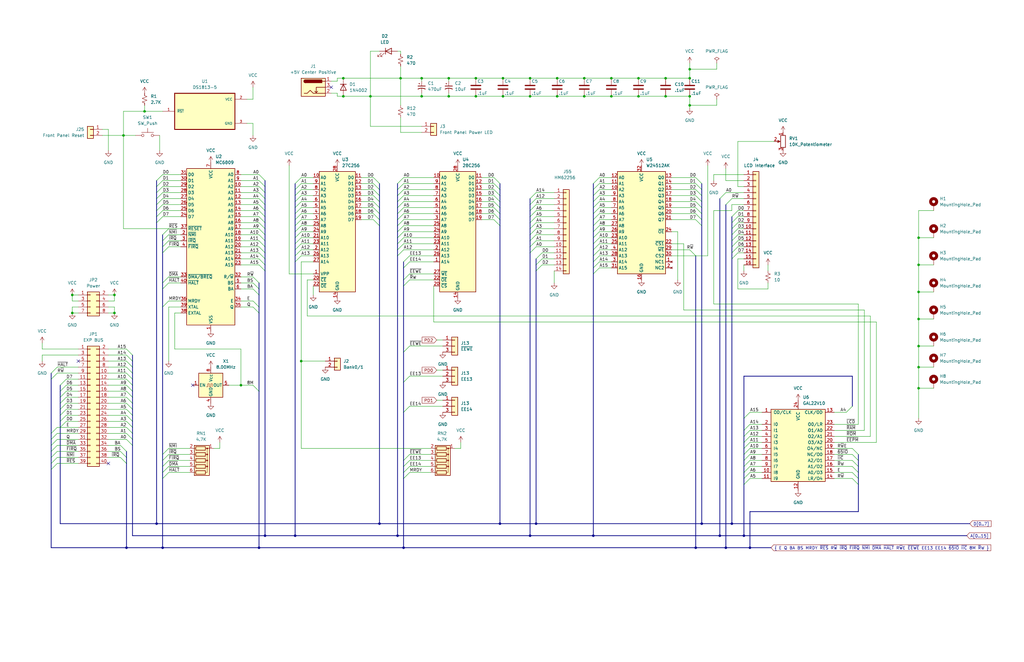
<source format=kicad_sch>
(kicad_sch (version 20230121) (generator eeschema)
  (paper "B")
  (title_block (title "SIM-69") (rev "1.0") (company "Jeff Easton") (comment 1 "Super Integrated Motherboard - 6809"))
  (lib_symbols
    (symbol "1N4002_1" (pin_numbers hide) (pin_names hide)
      (property "Reference" "D" (at 0 2.54 0))
      (property "Value" "1N4002" (at 0 -2.54 0))
      (symbol "1N4002_1_1_1"
        (pin passive line (at -3.81 0 0) (length 2.54) (name "K") (number "1"))
        (pin passive line (at 3.81 0 180) (length 2.54) (name "A") (number "2"))
      )
    )
    (symbol "CPU_NXP_6800:MC6809"
      (property "Reference" "U" (at -7.62 34.29 0))
      (property "Value" "MC6809" (at 10.16 34.29 0))
      (symbol "MC6809_1_1"
        (pin power_in line (at 0 -35.56 90) (length 2.54) (name "VSS") (number "1"))
        (pin output line (at 12.7 25.4 180) (length 2.54) (name "A2") (number "10"))
        (pin output line (at 12.7 22.86 180) (length 2.54) (name "A3") (number "11"))
        (pin output line (at 12.7 20.32 180) (length 2.54) (name "A4") (number "12"))
        (pin output line (at 12.7 17.78 180) (length 2.54) (name "A5") (number "13"))
        (pin output line (at 12.7 15.24 180) (length 2.54) (name "A6") (number "14"))
        (pin output line (at 12.7 12.7 180) (length 2.54) (name "A7") (number "15"))
        (pin output line (at 12.7 10.16 180) (length 2.54) (name "A8") (number "16"))
        (pin output line (at 12.7 7.62 180) (length 2.54) (name "A9") (number "17"))
        (pin output line (at 12.7 5.08 180) (length 2.54) (name "A10") (number "18"))
        (pin output line (at 12.7 2.54 180) (length 2.54) (name "A11") (number "19"))
        (pin input line (at -12.7 5.08 0) (length 2.54) (name "~{NMI}") (number "2"))
        (pin output line (at 12.7 0 180) (length 2.54) (name "A12") (number "20"))
        (pin output line (at 12.7 -2.54 180) (length 2.54) (name "A13") (number "21"))
        (pin output line (at 12.7 -5.08 180) (length 2.54) (name "A14") (number "22"))
        (pin output line (at 12.7 -7.62 180) (length 2.54) (name "A15") (number "23"))
        (pin bidirectional line (at -12.7 12.7 0) (length 2.54) (name "D7") (number "24"))
        (pin bidirectional line (at -12.7 15.24 0) (length 2.54) (name "D6") (number "25"))
        (pin bidirectional line (at -12.7 17.78 0) (length 2.54) (name "D5") (number "26"))
        (pin bidirectional line (at -12.7 20.32 0) (length 2.54) (name "D4") (number "27"))
        (pin bidirectional line (at -12.7 22.86 0) (length 2.54) (name "D3") (number "28"))
        (pin bidirectional line (at -12.7 25.4 0) (length 2.54) (name "D2") (number "29"))
        (pin input line (at -12.7 2.54 0) (length 2.54) (name "~{IRQ}") (number "3"))
        (pin bidirectional line (at -12.7 27.94 0) (length 2.54) (name "D1") (number "30"))
        (pin bidirectional line (at -12.7 30.48 0) (length 2.54) (name "D0") (number "31"))
        (pin output line (at 12.7 -12.7 180) (length 2.54) (name "R/~{W}") (number "32"))
        (pin input line (at -12.7 -12.7 0) (length 2.54) (name "~{DMA/BREQ}") (number "33"))
        (pin output line (at 12.7 -22.86 180) (length 2.54) (name "E") (number "34"))
        (pin output line (at 12.7 -25.4 180) (length 2.54) (name "Q") (number "35"))
        (pin input line (at -12.7 -22.86 0) (length 2.54) (name "MRDY") (number "36"))
        (pin input line (at -12.7 7.62 0) (length 2.54) (name "~{RESET}") (number "37"))
        (pin input line (at -12.7 -27.94 0) (length 2.54) (name "EXTAL") (number "38"))
        (pin input line (at -12.7 -25.4 0) (length 2.54) (name "XTAL") (number "39"))
        (pin input line (at -12.7 0 0) (length 2.54) (name "~{FIRQ}") (number "4"))
        (pin input line (at -12.7 -15.24 0) (length 2.54) (name "~{HALT}") (number "40"))
        (pin output line (at 12.7 -15.24 180) (length 2.54) (name "BS") (number "5"))
        (pin output line (at 12.7 -17.78 180) (length 2.54) (name "BA") (number "6"))
        (pin power_in line (at 0 35.56 270) (length 2.54) (name "VCC") (number "7"))
        (pin output line (at 12.7 30.48 180) (length 2.54) (name "A0") (number "8"))
        (pin output line (at 12.7 27.94 180) (length 2.54) (name "A1") (number "9"))
      )
    )
    (symbol "Connector:Barrel_Jack_Switch" (pin_names hide)
      (property "Reference" "J" (at 0 5.334 0))
      (property "Value" "Barrel_Jack_Switch" (at 0 -5.08 0))
      (symbol "Barrel_Jack_Switch_1_1"
        (pin passive line (at 7.62 2.54 180) (length 2.54) (name "~") (number "1"))
        (pin passive line (at 7.62 -2.54 180) (length 2.54) (name "~") (number "2"))
        (pin passive line (at 7.62 0 180) (length 2.54) (name "~") (number "3"))
      )
    )
    (symbol "Connector_Generic:Conn_01x02" (pin_names (offset 1.016) hide)
      (property "Reference" "J" (at 0 2.54 0))
      (property "Value" "Conn_01x02" (at 0 -5.08 0))
      (symbol "Conn_01x02_1_1"
        (pin passive line (at -5.08 0 0) (length 3.81) (name "Pin_1") (number "1"))
        (pin passive line (at -5.08 -2.54 0) (length 3.81) (name "Pin_2") (number "2"))
      )
    )
    (symbol "Connector_Generic:Conn_01x03" (pin_names (offset 1.016) hide)
      (property "Reference" "J" (at 0 5.08 0))
      (property "Value" "Conn_01x03" (at 0 -5.08 0))
      (symbol "Conn_01x03_1_1"
        (pin passive line (at -5.08 2.54 0) (length 3.81) (name "Pin_1") (number "1"))
        (pin passive line (at -5.08 0 0) (length 3.81) (name "Pin_2") (number "2"))
        (pin passive line (at -5.08 -2.54 0) (length 3.81) (name "Pin_3") (number "3"))
      )
    )
    (symbol "Connector_Generic:Conn_01x14" (pin_names (offset 1.016) hide)
      (property "Reference" "J" (at 0 17.78 0))
      (property "Value" "Conn_01x14" (at 0 -20.32 0))
      (symbol "Conn_01x14_1_1"
        (pin passive line (at -5.08 15.24 0) (length 3.81) (name "Pin_1") (number "1"))
        (pin passive line (at -5.08 -7.62 0) (length 3.81) (name "Pin_10") (number "10"))
        (pin passive line (at -5.08 -10.16 0) (length 3.81) (name "Pin_11") (number "11"))
        (pin passive line (at -5.08 -12.7 0) (length 3.81) (name "Pin_12") (number "12"))
        (pin passive line (at -5.08 -15.24 0) (length 3.81) (name "Pin_13") (number "13"))
        (pin passive line (at -5.08 -17.78 0) (length 3.81) (name "Pin_14") (number "14"))
        (pin passive line (at -5.08 12.7 0) (length 3.81) (name "Pin_2") (number "2"))
        (pin passive line (at -5.08 10.16 0) (length 3.81) (name "Pin_3") (number "3"))
        (pin passive line (at -5.08 7.62 0) (length 3.81) (name "Pin_4") (number "4"))
        (pin passive line (at -5.08 5.08 0) (length 3.81) (name "Pin_5") (number "5"))
        (pin passive line (at -5.08 2.54 0) (length 3.81) (name "Pin_6") (number "6"))
        (pin passive line (at -5.08 0 0) (length 3.81) (name "Pin_7") (number "7"))
        (pin passive line (at -5.08 -2.54 0) (length 3.81) (name "Pin_8") (number "8"))
        (pin passive line (at -5.08 -5.08 0) (length 3.81) (name "Pin_9") (number "9"))
      )
    )
    (symbol "Connector_Generic:Conn_01x16" (pin_names (offset 1.016) hide)
      (property "Reference" "J" (at 0 20.32 0))
      (property "Value" "Conn_01x16" (at 0 -22.86 0))
      (symbol "Conn_01x16_1_1"
        (pin passive line (at -5.08 17.78 0) (length 3.81) (name "Pin_1") (number "1"))
        (pin passive line (at -5.08 -5.08 0) (length 3.81) (name "Pin_10") (number "10"))
        (pin passive line (at -5.08 -7.62 0) (length 3.81) (name "Pin_11") (number "11"))
        (pin passive line (at -5.08 -10.16 0) (length 3.81) (name "Pin_12") (number "12"))
        (pin passive line (at -5.08 -12.7 0) (length 3.81) (name "Pin_13") (number "13"))
        (pin passive line (at -5.08 -15.24 0) (length 3.81) (name "Pin_14") (number "14"))
        (pin passive line (at -5.08 -17.78 0) (length 3.81) (name "Pin_15") (number "15"))
        (pin passive line (at -5.08 -20.32 0) (length 3.81) (name "Pin_16") (number "16"))
        (pin passive line (at -5.08 15.24 0) (length 3.81) (name "Pin_2") (number "2"))
        (pin passive line (at -5.08 12.7 0) (length 3.81) (name "Pin_3") (number "3"))
        (pin passive line (at -5.08 10.16 0) (length 3.81) (name "Pin_4") (number "4"))
        (pin passive line (at -5.08 7.62 0) (length 3.81) (name "Pin_5") (number "5"))
        (pin passive line (at -5.08 5.08 0) (length 3.81) (name "Pin_6") (number "6"))
        (pin passive line (at -5.08 2.54 0) (length 3.81) (name "Pin_7") (number "7"))
        (pin passive line (at -5.08 0 0) (length 3.81) (name "Pin_8") (number "8"))
        (pin passive line (at -5.08 -2.54 0) (length 3.81) (name "Pin_9") (number "9"))
      )
    )
    (symbol "Connector_Generic:Conn_02x04_Odd_Even" (pin_names (offset 1.016) hide)
      (property "Reference" "J" (at 1.27 5.08 0))
      (property "Value" "Conn_02x04_Odd_Even" (at 1.27 -7.62 0))
      (symbol "Conn_02x04_Odd_Even_1_1"
        (pin passive line (at -5.08 2.54 0) (length 3.81) (name "Pin_1") (number "1"))
        (pin passive line (at 7.62 2.54 180) (length 3.81) (name "Pin_2") (number "2"))
        (pin passive line (at -5.08 0 0) (length 3.81) (name "Pin_3") (number "3"))
        (pin passive line (at 7.62 0 180) (length 3.81) (name "Pin_4") (number "4"))
        (pin passive line (at -5.08 -2.54 0) (length 3.81) (name "Pin_5") (number "5"))
        (pin passive line (at 7.62 -2.54 180) (length 3.81) (name "Pin_6") (number "6"))
        (pin passive line (at -5.08 -5.08 0) (length 3.81) (name "Pin_7") (number "7"))
        (pin passive line (at 7.62 -5.08 180) (length 3.81) (name "Pin_8") (number "8"))
      )
    )
    (symbol "Connector_Generic:Conn_02x20_Odd_Even" (pin_names (offset 1.016) hide)
      (property "Reference" "J" (at 1.27 25.4 0))
      (property "Value" "Conn_02x20_Odd_Even" (at 1.27 -27.94 0))
      (symbol "Conn_02x20_Odd_Even_1_1"
        (pin passive line (at -5.08 22.86 0) (length 3.81) (name "Pin_1") (number "1"))
        (pin passive line (at 7.62 12.7 180) (length 3.81) (name "Pin_10") (number "10"))
        (pin passive line (at -5.08 10.16 0) (length 3.81) (name "Pin_11") (number "11"))
        (pin passive line (at 7.62 10.16 180) (length 3.81) (name "Pin_12") (number "12"))
        (pin passive line (at -5.08 7.62 0) (length 3.81) (name "Pin_13") (number "13"))
        (pin passive line (at 7.62 7.62 180) (length 3.81) (name "Pin_14") (number "14"))
        (pin passive line (at -5.08 5.08 0) (length 3.81) (name "Pin_15") (number "15"))
        (pin passive line (at 7.62 5.08 180) (length 3.81) (name "Pin_16") (number "16"))
        (pin passive line (at -5.08 2.54 0) (length 3.81) (name "Pin_17") (number "17"))
        (pin passive line (at 7.62 2.54 180) (length 3.81) (name "Pin_18") (number "18"))
        (pin passive line (at -5.08 0 0) (length 3.81) (name "Pin_19") (number "19"))
        (pin passive line (at 7.62 22.86 180) (length 3.81) (name "Pin_2") (number "2"))
        (pin passive line (at 7.62 0 180) (length 3.81) (name "Pin_20") (number "20"))
        (pin passive line (at -5.08 -2.54 0) (length 3.81) (name "Pin_21") (number "21"))
        (pin passive line (at 7.62 -2.54 180) (length 3.81) (name "Pin_22") (number "22"))
        (pin passive line (at -5.08 -5.08 0) (length 3.81) (name "Pin_23") (number "23"))
        (pin passive line (at 7.62 -5.08 180) (length 3.81) (name "Pin_24") (number "24"))
        (pin passive line (at -5.08 -7.62 0) (length 3.81) (name "Pin_25") (number "25"))
        (pin passive line (at 7.62 -7.62 180) (length 3.81) (name "Pin_26") (number "26"))
        (pin passive line (at -5.08 -10.16 0) (length 3.81) (name "Pin_27") (number "27"))
        (pin passive line (at 7.62 -10.16 180) (length 3.81) (name "Pin_28") (number "28"))
        (pin passive line (at -5.08 -12.7 0) (length 3.81) (name "Pin_29") (number "29"))
        (pin passive line (at -5.08 20.32 0) (length 3.81) (name "Pin_3") (number "3"))
        (pin passive line (at 7.62 -12.7 180) (length 3.81) (name "Pin_30") (number "30"))
        (pin passive line (at -5.08 -15.24 0) (length 3.81) (name "Pin_31") (number "31"))
        (pin passive line (at 7.62 -15.24 180) (length 3.81) (name "Pin_32") (number "32"))
        (pin passive line (at -5.08 -17.78 0) (length 3.81) (name "Pin_33") (number "33"))
        (pin passive line (at 7.62 -17.78 180) (length 3.81) (name "Pin_34") (number "34"))
        (pin passive line (at -5.08 -20.32 0) (length 3.81) (name "Pin_35") (number "35"))
        (pin passive line (at 7.62 -20.32 180) (length 3.81) (name "Pin_36") (number "36"))
        (pin passive line (at -5.08 -22.86 0) (length 3.81) (name "Pin_37") (number "37"))
        (pin passive line (at 7.62 -22.86 180) (length 3.81) (name "Pin_38") (number "38"))
        (pin passive line (at -5.08 -25.4 0) (length 3.81) (name "Pin_39") (number "39"))
        (pin passive line (at 7.62 20.32 180) (length 3.81) (name "Pin_4") (number "4"))
        (pin passive line (at 7.62 -25.4 180) (length 3.81) (name "Pin_40") (number "40"))
        (pin passive line (at -5.08 17.78 0) (length 3.81) (name "Pin_5") (number "5"))
        (pin passive line (at 7.62 17.78 180) (length 3.81) (name "Pin_6") (number "6"))
        (pin passive line (at -5.08 15.24 0) (length 3.81) (name "Pin_7") (number "7"))
        (pin passive line (at 7.62 15.24 180) (length 3.81) (name "Pin_8") (number "8"))
        (pin passive line (at -5.08 12.7 0) (length 3.81) (name "Pin_9") (number "9"))
      )
    )
    (symbol "DS1813-5:DS1813-5" (pin_names (offset 1.016))
      (property "Reference" "U" (at -12.7 8.62 0))
      (property "Value" "DS1813-5" (at -12.7 -11.62 0))
      (symbol "DS1813-5_0_0"
        (pin bidirectional line (at -17.78 0 0) (length 5.08) (name "~{RST}") (number "1"))
        (pin power_in line (at 17.78 5.08 180) (length 5.08) (name "VCC") (number "2"))
        (pin power_in line (at 17.78 -5.08 180) (length 5.08) (name "GND") (number "3"))
      )
    )
    (symbol "Device:C" (pin_numbers hide) (pin_names (offset 0.254))
      (property "Reference" "C" (at 0.635 2.54 0))
      (property "Value" "C" (at 0.635 -2.54 0))
      (symbol "C_1_1"
        (pin passive line (at 0 3.81 270) (length 2.794) (name "~") (number "1"))
        (pin passive line (at 0 -3.81 90) (length 2.794) (name "~") (number "2"))
      )
    )
    (symbol "Device:C_Polarized_Small_US" (pin_numbers hide) (pin_names (offset 0.254) hide)
      (property "Reference" "C" (at 0.254 1.778 0))
      (property "Value" "C_Polarized_Small_US" (at 0.254 -2.032 0))
      (symbol "C_Polarized_Small_US_1_1"
        (pin passive line (at 0 2.54 270) (length 2.032) (name "~") (number "1"))
        (pin passive line (at 0 -2.54 90) (length 2.032) (name "~") (number "2"))
      )
    )
    (symbol "Device:LED" (pin_numbers hide) (pin_names (offset 1.016) hide)
      (property "Reference" "D" (at 0 2.54 0))
      (property "Value" "LED" (at 0 -2.54 0))
      (symbol "LED_1_1"
        (pin passive line (at -3.81 0 0) (length 2.54) (name "K") (number "1"))
        (pin passive line (at 3.81 0 180) (length 2.54) (name "A") (number "2"))
      )
    )
    (symbol "Device:R_Network05" (pin_names (offset 0) hide)
      (property "Reference" "RN" (at -7.62 0 90))
      (property "Value" "R_Network05" (at 7.62 0 90))
      (symbol "R_Network05_1_1"
        (pin passive line (at -5.08 5.08 270) (length 2.54) (name "common") (number "1"))
        (pin passive line (at -5.08 -5.08 90) (length 1.27) (name "R1") (number "2"))
        (pin passive line (at -2.54 -5.08 90) (length 1.27) (name "R2") (number "3"))
        (pin passive line (at 0 -5.08 90) (length 1.27) (name "R3") (number "4"))
        (pin passive line (at 2.54 -5.08 90) (length 1.27) (name "R4") (number "5"))
        (pin passive line (at 5.08 -5.08 90) (length 1.27) (name "R5") (number "6"))
      )
    )
    (symbol "Device:R_Potentiometer" (pin_names (offset 1.016) hide)
      (property "Reference" "RV" (at -4.445 0 90))
      (property "Value" "R_Potentiometer" (at -2.54 0 90))
      (symbol "R_Potentiometer_1_1"
        (pin passive line (at 0 3.81 270) (length 1.27) (name "1") (number "1"))
        (pin passive line (at 3.81 0 180) (length 1.27) (name "2") (number "2"))
        (pin passive line (at 0 -3.81 90) (length 1.27) (name "3") (number "3"))
      )
    )
    (symbol "Device:R_Small_US" (pin_numbers hide) (pin_names (offset 0.254) hide)
      (property "Reference" "R" (at 0.762 0.508 0))
      (property "Value" "R_Small_US" (at 0.762 -1.016 0))
      (symbol "R_Small_US_1_1"
        (pin passive line (at 0 2.54 270) (length 1.016) (name "~") (number "1"))
        (pin passive line (at 0 -2.54 90) (length 1.016) (name "~") (number "2"))
      )
    )
    (symbol "Logic_Programmable:PAL24" (pin_names (offset 1.016))
      (property "Reference" "U" (at -11.938 17.526 0))
      (property "Value" "PAL24" (at 9.906 17.526 0))
      (symbol "PAL24_1_1"
        (pin passive line (at -15.24 15.24 0) (length 3.81) (name "OD/CLK") (number "1"))
        (pin passive line (at -15.24 -10.16 0) (length 3.81) (name "I8") (number "10"))
        (pin passive line (at -15.24 -12.7 0) (length 3.81) (name "I9") (number "11"))
        (pin passive line (at 0 -17.78 90) (length 3.81) (name "GND") (number "12"))
        (pin passive line (at 15.24 15.24 180) (length 3.81) (name "CLK/OD") (number "13"))
        (pin passive line (at 15.24 -12.7 180) (length 3.81) (name "LR/O4") (number "14"))
        (pin passive line (at 15.24 -10.16 180) (length 3.81) (name "A0/O3") (number "15"))
        (pin passive line (at 15.24 -7.62 180) (length 3.81) (name "A1/O2") (number "16"))
        (pin passive line (at 15.24 -5.08 180) (length 3.81) (name "A2/O1") (number "17"))
        (pin passive line (at 15.24 -2.54 180) (length 3.81) (name "NC/O0") (number "18"))
        (pin passive line (at 15.24 0 180) (length 3.81) (name "O4/NC") (number "19"))
        (pin passive line (at -15.24 10.16 0) (length 3.81) (name "I0") (number "2"))
        (pin passive line (at 15.24 2.54 180) (length 3.81) (name "O3/A2") (number "20"))
        (pin passive line (at 15.24 5.08 180) (length 3.81) (name "O2/A1") (number "21"))
        (pin passive line (at 15.24 7.62 180) (length 3.81) (name "O1/A0") (number "22"))
        (pin passive line (at 15.24 10.16 180) (length 3.81) (name "O0/LR") (number "23"))
        (pin passive line (at 0 20.32 270) (length 3.81) (name "VCC") (number "24"))
        (pin passive line (at -15.24 7.62 0) (length 3.81) (name "I1") (number "3"))
        (pin passive line (at -15.24 5.08 0) (length 3.81) (name "I2") (number "4"))
        (pin passive line (at -15.24 2.54 0) (length 3.81) (name "I3") (number "5"))
        (pin passive line (at -15.24 0 0) (length 3.81) (name "I4") (number "6"))
        (pin passive line (at -15.24 -2.54 0) (length 3.81) (name "I5") (number "7"))
        (pin passive line (at -15.24 -5.08 0) (length 3.81) (name "I6") (number "8"))
        (pin passive line (at -15.24 -7.62 0) (length 3.81) (name "I7") (number "9"))
      )
    )
    (symbol "Mechanical:MountingHole_Pad" (pin_numbers hide) (pin_names (offset 1.016) hide)
      (property "Reference" "H" (at 0 6.35 0))
      (property "Value" "MountingHole_Pad" (at 0 4.445 0))
      (symbol "MountingHole_Pad_1_1"
        (pin input line (at 0 -2.54 90) (length 2.54) (name "1") (number "1"))
      )
    )
    (symbol "Memory_EEPROM:28C256"
      (property "Reference" "U" (at -7.62 26.67 0))
      (property "Value" "28C256" (at 2.54 -26.67 0))
      (symbol "28C256_1_1"
        (pin input line (at -10.16 -12.7 0) (length 2.54) (name "A14") (number "1"))
        (pin input line (at -10.16 22.86 0) (length 2.54) (name "A0") (number "10"))
        (pin tri_state line (at 10.16 22.86 180) (length 2.54) (name "D0") (number "11"))
        (pin tri_state line (at 10.16 20.32 180) (length 2.54) (name "D1") (number "12"))
        (pin tri_state line (at 10.16 17.78 180) (length 2.54) (name "D2") (number "13"))
        (pin power_in line (at 0 -27.94 90) (length 2.54) (name "GND") (number "14"))
        (pin tri_state line (at 10.16 15.24 180) (length 2.54) (name "D3") (number "15"))
        (pin tri_state line (at 10.16 12.7 180) (length 2.54) (name "D4") (number "16"))
        (pin tri_state line (at 10.16 10.16 180) (length 2.54) (name "D5") (number "17"))
        (pin tri_state line (at 10.16 7.62 180) (length 2.54) (name "D6") (number "18"))
        (pin tri_state line (at 10.16 5.08 180) (length 2.54) (name "D7") (number "19"))
        (pin input line (at -10.16 -7.62 0) (length 2.54) (name "A12") (number "2"))
        (pin input line (at -10.16 -22.86 0) (length 2.54) (name "~{CS}") (number "20"))
        (pin input line (at -10.16 -2.54 0) (length 2.54) (name "A10") (number "21"))
        (pin input line (at -10.16 -20.32 0) (length 2.54) (name "~{OE}") (number "22"))
        (pin input line (at -10.16 -5.08 0) (length 2.54) (name "A11") (number "23"))
        (pin input line (at -10.16 0 0) (length 2.54) (name "A9") (number "24"))
        (pin input line (at -10.16 2.54 0) (length 2.54) (name "A8") (number "25"))
        (pin input line (at -10.16 -10.16 0) (length 2.54) (name "A13") (number "26"))
        (pin input line (at -10.16 -17.78 0) (length 2.54) (name "~{WE}") (number "27"))
        (pin power_in line (at 0 27.94 270) (length 2.54) (name "VCC") (number "28"))
        (pin input line (at -10.16 5.08 0) (length 2.54) (name "A7") (number "3"))
        (pin input line (at -10.16 7.62 0) (length 2.54) (name "A6") (number "4"))
        (pin input line (at -10.16 10.16 0) (length 2.54) (name "A5") (number "5"))
        (pin input line (at -10.16 12.7 0) (length 2.54) (name "A4") (number "6"))
        (pin input line (at -10.16 15.24 0) (length 2.54) (name "A3") (number "7"))
        (pin input line (at -10.16 17.78 0) (length 2.54) (name "A2") (number "8"))
        (pin input line (at -10.16 20.32 0) (length 2.54) (name "A1") (number "9"))
      )
    )
    (symbol "Memory_EPROM:27C256"
      (property "Reference" "U" (at -7.62 26.67 0))
      (property "Value" "27C256" (at 2.54 -26.67 0))
      (symbol "27C256_1_1"
        (pin input line (at -10.16 -17.78 0) (length 2.54) (name "VPP") (number "1"))
        (pin input line (at -10.16 22.86 0) (length 2.54) (name "A0") (number "10"))
        (pin tri_state line (at 10.16 22.86 180) (length 2.54) (name "D0") (number "11"))
        (pin tri_state line (at 10.16 20.32 180) (length 2.54) (name "D1") (number "12"))
        (pin tri_state line (at 10.16 17.78 180) (length 2.54) (name "D2") (number "13"))
        (pin power_in line (at 0 -27.94 90) (length 2.54) (name "GND") (number "14"))
        (pin tri_state line (at 10.16 15.24 180) (length 2.54) (name "D3") (number "15"))
        (pin tri_state line (at 10.16 12.7 180) (length 2.54) (name "D4") (number "16"))
        (pin tri_state line (at 10.16 10.16 180) (length 2.54) (name "D5") (number "17"))
        (pin tri_state line (at 10.16 7.62 180) (length 2.54) (name "D6") (number "18"))
        (pin tri_state line (at 10.16 5.08 180) (length 2.54) (name "D7") (number "19"))
        (pin input line (at -10.16 -7.62 0) (length 2.54) (name "A12") (number "2"))
        (pin input line (at -10.16 -20.32 0) (length 2.54) (name "~{CE}") (number "20"))
        (pin input line (at -10.16 -2.54 0) (length 2.54) (name "A10") (number "21"))
        (pin input line (at -10.16 -22.86 0) (length 2.54) (name "~{OE}") (number "22"))
        (pin input line (at -10.16 -5.08 0) (length 2.54) (name "A11") (number "23"))
        (pin input line (at -10.16 0 0) (length 2.54) (name "A9") (number "24"))
        (pin input line (at -10.16 2.54 0) (length 2.54) (name "A8") (number "25"))
        (pin input line (at -10.16 -10.16 0) (length 2.54) (name "A13") (number "26"))
        (pin input line (at -10.16 -12.7 0) (length 2.54) (name "A14") (number "27"))
        (pin power_in line (at 0 27.94 270) (length 2.54) (name "VCC") (number "28"))
        (pin input line (at -10.16 5.08 0) (length 2.54) (name "A7") (number "3"))
        (pin input line (at -10.16 7.62 0) (length 2.54) (name "A6") (number "4"))
        (pin input line (at -10.16 10.16 0) (length 2.54) (name "A5") (number "5"))
        (pin input line (at -10.16 12.7 0) (length 2.54) (name "A4") (number "6"))
        (pin input line (at -10.16 15.24 0) (length 2.54) (name "A3") (number "7"))
        (pin input line (at -10.16 17.78 0) (length 2.54) (name "A2") (number "8"))
        (pin input line (at -10.16 20.32 0) (length 2.54) (name "A1") (number "9"))
      )
    )
    (symbol "Oscillator:CXO_DIP8" (pin_names (offset 0.254))
      (property "Reference" "X" (at -5.08 6.35 0))
      (property "Value" "CXO_DIP8" (at 1.27 -6.35 0))
      (symbol "CXO_DIP8_1_1"
        (pin input line (at -7.62 0 0) (length 2.54) (name "EN") (number "1"))
        (pin power_in line (at 0 -7.62 90) (length 2.54) (name "GND") (number "4"))
        (pin output line (at 7.62 0 180) (length 2.54) (name "OUT") (number "5"))
        (pin power_in line (at 0 7.62 270) (length 2.54) (name "Vcc") (number "8"))
      )
    )
    (symbol "PWR_FLAG_1" (power) (pin_numbers hide) (pin_names (offset 0) hide)
      (property "Value" "PWR_FLAG_1" (at 0 3.81 0))
      (symbol "PWR_FLAG_1_0_0"
        (pin power_out line (at 0 0 90) (length 0) (name "pwr") (number "1"))
      )
    )
    (symbol "PWR_FLAG_2" (power) (pin_numbers hide) (pin_names (offset 0) hide)
      (property "Value" "PWR_FLAG_2" (at 0 3.81 0))
      (symbol "PWR_FLAG_2_0_0"
        (pin power_out line (at 0 0 90) (length 0) (name "pwr") (number "1"))
      )
    )
    (symbol "SIM69CustomLibrary:W24512AK"
      (property "Reference" "U" (at -10.16 20.955 0))
      (property "Value" "W24512AK" (at 2.54 20.955 0))
      (symbol "W24512AK_1_0"
        (pin power_in line (at 0 -25.4 90) (length 2.54) (name "GND") (number "16"))
        (pin power_in line (at 0 22.86 270) (length 2.54) (name "VCC") (number "32"))
      )
      (symbol "W24512AK_1_1"
        (pin no_connect line (at 12.7 -17.78 180) (length 2.54) (name "NC1") (number "1"))
        (pin input line (at -12.7 12.7 0) (length 2.54) (name "A2") (number "10"))
        (pin input line (at -12.7 15.24 0) (length 2.54) (name "A1") (number "11"))
        (pin input line (at -12.7 17.78 0) (length 2.54) (name "A0") (number "12"))
        (pin tri_state line (at 12.7 17.78 180) (length 2.54) (name "Q0") (number "13"))
        (pin tri_state line (at 12.7 15.24 180) (length 2.54) (name "Q1") (number "14"))
        (pin tri_state line (at 12.7 12.7 180) (length 2.54) (name "Q2") (number "15"))
        (pin tri_state line (at 12.7 10.16 180) (length 2.54) (name "Q3") (number "17"))
        (pin tri_state line (at 12.7 7.62 180) (length 2.54) (name "Q4") (number "18"))
        (pin tri_state line (at 12.7 5.08 180) (length 2.54) (name "Q5") (number "19"))
        (pin no_connect line (at 12.7 -20.32 180) (length 2.54) (name "NC2") (number "2"))
        (pin tri_state line (at 12.7 2.54 180) (length 2.54) (name "Q6") (number "20"))
        (pin tri_state line (at 12.7 0 180) (length 2.54) (name "Q7") (number "21"))
        (pin input line (at 12.7 -10.16 180) (length 2.54) (name "~{CS1}") (number "22"))
        (pin input line (at -12.7 -7.62 0) (length 2.54) (name "A10") (number "23"))
        (pin input line (at 12.7 -5.08 180) (length 2.54) (name "~{OE}") (number "24"))
        (pin input line (at -12.7 -10.16 0) (length 2.54) (name "A11") (number "25"))
        (pin input line (at -12.7 -5.08 0) (length 2.54) (name "A9") (number "26"))
        (pin input line (at -12.7 -2.54 0) (length 2.54) (name "A8") (number "27"))
        (pin input line (at -12.7 -15.24 0) (length 2.54) (name "A13") (number "28"))
        (pin input line (at 12.7 -12.7 180) (length 2.54) (name "~{WE}") (number "29"))
        (pin input line (at -12.7 -17.78 0) (length 2.54) (name "A14") (number "3"))
        (pin input line (at 12.7 -15.24 180) (length 2.54) (name "CS2") (number "30"))
        (pin input line (at -12.7 -20.32 0) (length 2.54) (name "A15") (number "31"))
        (pin input line (at -12.7 -12.7 0) (length 2.54) (name "A12") (number "4"))
        (pin input line (at -12.7 0 0) (length 2.54) (name "A7") (number "5"))
        (pin input line (at -12.7 2.54 0) (length 2.54) (name "A6") (number "6"))
        (pin input line (at -12.7 5.08 0) (length 2.54) (name "A5") (number "7"))
        (pin input line (at -12.7 7.62 0) (length 2.54) (name "A4") (number "8"))
        (pin input line (at -12.7 10.16 0) (length 2.54) (name "A3") (number "9"))
      )
    )
    (symbol "Switch:SW_Push" (pin_numbers hide) (pin_names (offset 1.016) hide)
      (property "Reference" "SW" (at 1.27 2.54 0))
      (property "Value" "SW_Push" (at 0 -1.524 0))
      (symbol "SW_Push_0_1"
        (pin passive line (at -5.08 0 0) (length 2.54) (name "1") (number "1"))
        (pin passive line (at 5.08 0 180) (length 2.54) (name "2") (number "2"))
      )
    )
    (symbol "power:GND" (power) (pin_names (offset 0))
      (property "Value" "GND" (at 0 -3.81 0))
      (symbol "GND_1_1"
        (pin power_in line (at 0 0 270) (length 0) hide (name "GND") (number "1"))
      )
    )
    (symbol "power:VCC" (power) (pin_names (offset 0))
      (property "Value" "VCC" (at 0 3.81 0))
      (symbol "VCC_1_1"
        (pin power_in line (at 0 0 90) (length 0) hide (name "VCC") (number "1"))
      )
    )
  )
  (junction (at 52.07 57.15))
  (junction (at 290.83 40.64))
  (junction (at 210.82 220.98))
  (junction (at 144.78 33.02))
  (junction (at 257.81 40.64))
  (junction (at 269.24 33.02))
  (junction (at 269.24 40.64))
  (junction (at 156.21 40.64))
  (junction (at 293.37 231.14))
  (junction (at 223.52 33.02))
  (junction (at 387.35 154.94))
  (junction (at 234.95 33.02))
  (junction (at 387.35 146.05))
  (junction (at 48.26 132.08))
  (junction (at 250.19 226.06))
  (junction (at 109.22 231.14))
  (junction (at 246.38 40.64))
  (junction (at 160.02 220.98))
  (junction (at 223.52 40.64))
  (junction (at 306.07 231.14))
  (junction (at 387.35 123.19))
  (junction (at 280.67 33.02))
  (junction (at 212.09 33.02))
  (junction (at 234.95 40.64))
  (junction (at 30.48 132.08))
  (junction (at 290.83 29.21))
  (junction (at 316.23 231.14))
  (junction (at 387.35 111.76))
  (junction (at 111.76 226.06))
  (junction (at 200.66 40.64))
  (junction (at 127 152.4))
  (junction (at 290.83 44.45))
  (junction (at 387.35 163.83))
  (junction (at 387.35 134.62))
  (junction (at 246.38 33.02))
  (junction (at 280.67 40.64))
  (junction (at 200.66 33.02))
  (junction (at 308.61 220.98))
  (junction (at 223.52 226.06))
  (junction (at 167.64 226.06))
  (junction (at 60.96 46.99))
  (junction (at 313.69 226.06))
  (junction (at 168.91 33.02))
  (junction (at 189.23 33.02))
  (junction (at 226.06 220.98))
  (junction (at 295.91 220.98))
  (junction (at 290.83 33.02))
  (junction (at 387.35 100.33))
  (junction (at 189.23 40.64))
  (junction (at 124.46 226.06))
  (junction (at 30.48 124.46))
  (junction (at 212.09 40.64))
  (junction (at 66.04 220.98))
  (junction (at 170.18 231.14))
  (junction (at 48.26 124.46))
  (junction (at 177.8 40.64))
  (junction (at 101.6 162.56))
  (junction (at 144.78 40.64))
  (junction (at 68.58 231.14))
  (junction (at 53.34 231.14))
  (junction (at 303.53 226.06))
  (junction (at 177.8 33.02))
  (junction (at 257.81 33.02))
  (no_connect (at 45.72 195.58))
  (no_connect (at 139.7 36.83))
  (no_connect (at 33.02 152.4))
  (no_connect (at 81.28 162.56))
  (bus_entry (at 359.41 196.85) (size 2.54 2.54))
  (bus_entry (at 311.15 106.68) (size -2.54 2.54))
  (bus_entry (at 170.18 85.09) (size -2.54 2.54))
  (bus_entry (at 170.18 100.33) (size -2.54 2.54))
  (bus_entry (at 316.23 179.07) (size -2.54 2.54))
  (bus_entry (at 316.23 181.61) (size -2.54 2.54))
  (bus_entry (at 316.23 186.69) (size -2.54 2.54))
  (bus_entry (at 157.48 77.47) (size 2.54 2.54))
  (bus_entry (at 157.48 80.01) (size 2.54 2.54))
  (bus_entry (at 53.34 157.48) (size 2.54 2.54))
  (bus_entry (at 311.15 96.52) (size -2.54 2.54))
  (bus_entry (at 53.34 154.94) (size 2.54 2.54))
  (bus_entry (at 252.73 77.47) (size -2.54 2.54))
  (bus_entry (at 172.72 191.77) (size -2.54 2.54))
  (bus_entry (at 157.48 87.63) (size 2.54 2.54))
  (bus_entry (at 359.41 191.77) (size 2.54 2.54))
  (bus_entry (at 109.22 101.6) (size 2.54 2.54))
  (bus_entry (at 311.15 91.44) (size -2.54 2.54))
  (bus_entry (at 252.73 110.49) (size -2.54 2.54))
  (bus_entry (at 106.68 116.84) (size 2.54 2.54))
  (bus_entry (at 226.06 86.36) (size -2.54 2.54))
  (bus_entry (at 252.73 105.41) (size -2.54 2.54))
  (bus_entry (at 25.4 165.1) (size 2.54 -2.54))
  (bus_entry (at 24.13 187.96) (size -2.54 2.54))
  (bus_entry (at 293.37 82.55) (size 2.54 2.54))
  (bus_entry (at 226.06 83.82) (size -2.54 2.54))
  (bus_entry (at 252.73 74.93) (size -2.54 2.54))
  (bus_entry (at 359.41 201.93) (size 2.54 2.54))
  (bus_entry (at 109.22 81.28) (size 2.54 2.54))
  (bus_entry (at 311.15 88.9) (size -2.54 2.54))
  (bus_entry (at 170.18 82.55) (size -2.54 2.54))
  (bus_entry (at 25.4 177.8) (size 2.54 -2.54))
  (bus_entry (at 25.4 172.72) (size 2.54 -2.54))
  (bus_entry (at 311.15 93.98) (size -2.54 2.54))
  (bus_entry (at 24.13 154.94) (size -2.54 2.54))
  (bus_entry (at 127 87.63) (size -2.54 2.54))
  (bus_entry (at 172.72 118.11) (size -2.54 2.54))
  (bus_entry (at 170.18 80.01) (size -2.54 2.54))
  (bus_entry (at 71.12 191.77) (size -2.54 2.54))
  (bus_entry (at 172.72 199.39) (size -2.54 2.54))
  (bus_entry (at 106.68 129.54) (size 2.54 2.54))
  (bus_entry (at 50.8 190.5) (size 2.54 2.54))
  (bus_entry (at 24.13 195.58) (size -2.54 2.54))
  (bus_entry (at 226.06 91.44) (size -2.54 2.54))
  (bus_entry (at 25.4 170.18) (size 2.54 -2.54))
  (bus_entry (at 172.72 196.85) (size -2.54 2.54))
  (bus_entry (at 127 100.33) (size -2.54 2.54))
  (bus_entry (at 157.48 92.71) (size 2.54 2.54))
  (bus_entry (at 308.61 83.82) (size -2.54 2.54))
  (bus_entry (at 157.48 90.17) (size 2.54 2.54))
  (bus_entry (at 228.6 111.76) (size -2.54 2.54))
  (bus_entry (at 53.34 147.32) (size 2.54 2.54))
  (bus_entry (at 71.12 116.84) (size -2.54 2.54))
  (bus_entry (at 293.37 80.01) (size 2.54 2.54))
  (bus_entry (at 293.37 77.47) (size 2.54 2.54))
  (bus_entry (at 226.06 81.28) (size -2.54 2.54))
  (bus_entry (at 109.22 76.2) (size 2.54 2.54))
  (bus_entry (at 170.18 77.47) (size -2.54 2.54))
  (bus_entry (at 25.4 167.64) (size 2.54 -2.54))
  (bus_entry (at 127 95.25) (size -2.54 2.54))
  (bus_entry (at 71.12 194.31) (size -2.54 2.54))
  (bus_entry (at 208.28 82.55) (size 2.54 2.54))
  (bus_entry (at 71.12 96.52) (size -2.54 2.54))
  (bus_entry (at 170.18 74.93) (size -2.54 2.54))
  (bus_entry (at 53.34 167.64) (size 2.54 2.54))
  (bus_entry (at 68.58 86.36) (size -2.54 2.54))
  (bus_entry (at 316.23 189.23) (size -2.54 2.54))
  (bus_entry (at 127 90.17) (size -2.54 2.54))
  (bus_entry (at 226.06 101.6) (size -2.54 2.54))
  (bus_entry (at 71.12 99.06) (size -2.54 2.54))
  (bus_entry (at 109.22 99.06) (size 2.54 2.54))
  (bus_entry (at 316.23 194.31) (size -2.54 2.54))
  (bus_entry (at 68.58 73.66) (size -2.54 2.54))
  (bus_entry (at 157.48 74.93) (size 2.54 2.54))
  (bus_entry (at 71.12 119.38) (size -2.54 2.54))
  (bus_entry (at 109.22 83.82) (size 2.54 2.54))
  (bus_entry (at 252.73 113.03) (size -2.54 2.54))
  (bus_entry (at 24.13 182.88) (size -2.54 2.54))
  (bus_entry (at 316.23 199.39) (size -2.54 2.54))
  (bus_entry (at 53.34 172.72) (size 2.54 2.54))
  (bus_entry (at 208.28 85.09) (size 2.54 2.54))
  (bus_entry (at 226.06 93.98) (size -2.54 2.54))
  (bus_entry (at 53.34 182.88) (size 2.54 2.54))
  (bus_entry (at 127 102.87) (size -2.54 2.54))
  (bus_entry (at 25.4 180.34) (size 2.54 -2.54))
  (bus_entry (at 252.73 80.01) (size -2.54 2.54))
  (bus_entry (at 228.6 109.22) (size -2.54 2.54))
  (bus_entry (at 68.58 78.74) (size -2.54 2.54))
  (bus_entry (at 24.13 180.34) (size -2.54 2.54))
  (bus_entry (at 127 74.93) (size -2.54 2.54))
  (bus_entry (at 109.22 109.22) (size 2.54 2.54))
  (bus_entry (at 157.48 82.55) (size 2.54 2.54))
  (bus_entry (at 50.8 193.04) (size 2.54 2.54))
  (bus_entry (at 252.73 82.55) (size -2.54 2.54))
  (bus_entry (at 252.73 87.63) (size -2.54 2.54))
  (bus_entry (at 170.18 97.79) (size -2.54 2.54))
  (bus_entry (at 170.18 92.71) (size -2.54 2.54))
  (bus_entry (at 293.37 90.17) (size 2.54 2.54))
  (bus_entry (at 109.22 111.76) (size 2.54 2.54))
  (bus_entry (at 109.22 91.44) (size 2.54 2.54))
  (bus_entry (at 293.37 92.71) (size 2.54 2.54))
  (bus_entry (at 172.72 107.95) (size -2.54 2.54))
  (bus_entry (at 252.73 90.17) (size -2.54 2.54))
  (bus_entry (at 316.23 191.77) (size -2.54 2.54))
  (bus_entry (at 127 92.71) (size -2.54 2.54))
  (bus_entry (at 170.18 87.63) (size -2.54 2.54))
  (bus_entry (at 127 97.79) (size -2.54 2.54))
  (bus_entry (at 53.34 165.1) (size 2.54 2.54))
  (bus_entry (at 228.6 106.68) (size -2.54 2.54))
  (bus_entry (at 293.37 74.93) (size 2.54 2.54))
  (bus_entry (at 109.22 96.52) (size 2.54 2.54))
  (bus_entry (at 68.58 83.82) (size -2.54 2.54))
  (bus_entry (at 170.18 102.87) (size -2.54 2.54))
  (bus_entry (at 106.68 162.56) (size 2.54 2.54))
  (bus_entry (at 53.34 170.18) (size 2.54 2.54))
  (bus_entry (at 226.06 88.9) (size -2.54 2.54))
  (bus_entry (at 71.12 101.6) (size -2.54 2.54))
  (bus_entry (at 68.58 76.2) (size -2.54 2.54))
  (bus_entry (at 53.34 185.42) (size 2.54 2.54))
  (bus_entry (at 252.73 85.09) (size -2.54 2.54))
  (bus_entry (at 53.34 152.4) (size 2.54 2.54))
  (bus_entry (at 127 85.09) (size -2.54 2.54))
  (bus_entry (at 311.15 99.06) (size -2.54 2.54))
  (bus_entry (at 53.34 177.8) (size 2.54 2.54))
  (bus_entry (at 170.18 90.17) (size -2.54 2.54))
  (bus_entry (at 359.41 189.23) (size 2.54 2.54))
  (bus_entry (at 127 80.01) (size -2.54 2.54))
  (bus_entry (at 106.68 119.38) (size 2.54 2.54))
  (bus_entry (at 127 82.55) (size -2.54 2.54))
  (bus_entry (at 24.13 190.5) (size -2.54 2.54))
  (bus_entry (at 109.22 86.36) (size 2.54 2.54))
  (bus_entry (at 71.12 127) (size -2.54 2.54))
  (bus_entry (at 316.23 196.85) (size -2.54 2.54))
  (bus_entry (at 293.37 87.63) (size 2.54 2.54))
  (bus_entry (at 226.06 104.14) (size -2.54 2.54))
  (bus_entry (at 25.4 162.56) (size 2.54 -2.54))
  (bus_entry (at 68.58 81.28) (size -2.54 2.54))
  (bus_entry (at 53.34 162.56) (size 2.54 2.54))
  (bus_entry (at 53.34 175.26) (size 2.54 2.54))
  (bus_entry (at 226.06 99.06) (size -2.54 2.54))
  (bus_entry (at 24.13 185.42) (size -2.54 2.54))
  (bus_entry (at 71.12 196.85) (size -2.54 2.54))
  (bus_entry (at 316.23 201.93) (size -2.54 2.54))
  (bus_entry (at 106.68 127) (size 2.54 2.54))
  (bus_entry (at 252.73 92.71) (size -2.54 2.54))
  (bus_entry (at 252.73 95.25) (size -2.54 2.54))
  (bus_entry (at 109.22 93.98) (size 2.54 2.54))
  (bus_entry (at 50.8 187.96) (size 2.54 2.54))
  (bus_entry (at 53.34 149.86) (size 2.54 2.54))
  (bus_entry (at 208.28 92.71) (size 2.54 2.54))
  (bus_entry (at 316.23 173.99) (size -2.54 2.54))
  (bus_entry (at 25.4 175.26) (size 2.54 -2.54))
  (bus_entry (at 170.18 95.25) (size -2.54 2.54))
  (bus_entry (at 109.22 88.9) (size 2.54 2.54))
  (bus_entry (at 172.72 115.57) (size -2.54 2.54))
  (bus_entry (at 172.72 110.49) (size -2.54 2.54))
  (bus_entry (at 252.73 107.95) (size -2.54 2.54))
  (bus_entry (at 252.73 97.79) (size -2.54 2.54))
  (bus_entry (at 172.72 171.45) (size -2.54 2.54))
  (bus_entry (at 109.22 73.66) (size 2.54 2.54))
  (bus_entry (at 172.72 146.05) (size -2.54 2.54))
  (bus_entry (at 71.12 189.23) (size -2.54 2.54))
  (bus_entry (at 172.72 194.31) (size -2.54 2.54))
  (bus_entry (at 290.83 105.41) (size 2.54 2.54))
  (bus_entry (at 71.12 104.14) (size -2.54 2.54))
  (bus_entry (at 127 105.41) (size -2.54 2.54))
  (bus_entry (at 24.13 157.48) (size -2.54 2.54))
  (bus_entry (at 71.12 199.39) (size -2.54 2.54))
  (bus_entry (at 252.73 100.33) (size -2.54 2.54))
  (bus_entry (at 127 77.47) (size -2.54 2.54))
  (bus_entry (at 109.22 78.74) (size 2.54 2.54))
  (bus_entry (at 311.15 104.14) (size -2.54 2.54))
  (bus_entry (at 293.37 85.09) (size 2.54 2.54))
  (bus_entry (at 106.68 121.92) (size 2.54 2.54))
  (bus_entry (at 208.28 74.93) (size 2.54 2.54))
  (bus_entry (at 252.73 102.87) (size -2.54 2.54))
  (bus_entry (at 311.15 101.6) (size -2.54 2.54))
  (bus_entry (at 208.28 80.01) (size 2.54 2.54))
  (bus_entry (at 157.48 85.09) (size 2.54 2.54))
  (bus_entry (at 53.34 180.34) (size 2.54 2.54))
  (bus_entry (at 127 107.95) (size -2.54 2.54))
  (bus_entry (at 208.28 90.17) (size 2.54 2.54))
  (bus_entry (at 109.22 106.68) (size 2.54 2.54))
  (bus_entry (at 24.13 193.04) (size -2.54 2.54))
  (bus_entry (at 53.34 160.02) (size 2.54 2.54))
  (bus_entry (at 109.22 104.14) (size 2.54 2.54))
  (bus_entry (at 68.58 88.9) (size -2.54 2.54))
  (bus_entry (at 359.41 199.39) (size 2.54 2.54))
  (bus_entry (at 356.87 173.99) (size 2.54 -2.54))
  (bus_entry (at 226.06 96.52) (size -2.54 2.54))
  (bus_entry (at 359.41 194.31) (size 2.54 2.54))
  (bus_entry (at 68.58 91.44) (size -2.54 2.54))
  (bus_entry (at 208.28 77.47) (size 2.54 2.54))
  (bus_entry (at 170.18 105.41) (size -2.54 2.54))
  (bus_entry (at 306.07 81.28) (size -2.54 2.54))
  (bus_entry (at 208.28 87.63) (size 2.54 2.54))
  (bus_entry (at 316.23 184.15) (size -2.54 2.54))
  (bus_entry (at 172.72 158.75) (size -2.54 2.54))
  (bus (pts (xy 111.76 226.06) (xy 124.46 226.06)))
  (wire (pts (xy 71.12 104.14) (xy 76.2 104.14)))
  (bus (pts (xy 124.46 105.41) (xy 124.46 107.95)))
  (bus (pts (xy 295.91 80.01) (xy 295.91 82.55)))
  (wire (pts (xy 283.21 85.09) (xy 293.37 85.09)))
  (wire (pts (xy 172.72 115.57) (xy 182.88 115.57)))
  (wire (pts (xy 170.18 90.17) (xy 182.88 90.17)))
  (bus (pts (xy 170.18 148.59) (xy 170.18 161.29)))
  (wire (pts (xy 127 102.87) (xy 132.08 102.87)))
  (wire (pts (xy 172.72 199.39) (xy 181.61 199.39)))
  (wire (pts (xy 57.15 57.15) (xy 52.07 57.15)))
  (wire (pts (xy 393.7 88.9) (xy 387.35 88.9)))
  (bus (pts (xy 109.22 119.38) (xy 109.22 121.92)))
  (bus (pts (xy 223.52 91.44) (xy 223.52 93.98)))
  (wire (pts (xy 203.2 90.17) (xy 208.28 90.17)))
  (wire (pts (xy 203.2 87.63) (xy 208.28 87.63)))
  (bus (pts (xy 21.59 195.58) (xy 21.59 198.12)))
  (wire (pts (xy 252.73 110.49) (xy 257.81 110.49)))
  (wire (pts (xy 33.02 149.86) (xy 17.78 149.86)))
  (bus (pts (xy 111.76 96.52) (xy 111.76 99.06)))
  (bus (pts (xy 53.34 195.58) (xy 53.34 231.14)))
  (wire (pts (xy 316.23 186.69) (xy 321.31 186.69)))
  (bus (pts (xy 313.69 199.39) (xy 313.69 201.93)))
  (wire (pts (xy 172.72 110.49) (xy 182.88 110.49)))
  (wire (pts (xy 27.94 175.26) (xy 33.02 175.26)))
  (bus (pts (xy 21.59 193.04) (xy 21.59 195.58)))
  (bus (pts (xy 313.69 204.47) (xy 313.69 226.06)))
  (wire (pts (xy 170.18 87.63) (xy 182.88 87.63)))
  (bus (pts (xy 160.02 85.09) (xy 160.02 87.63)))
  (bus (pts (xy 250.19 92.71) (xy 250.19 95.25)))
  (bus (pts (xy 66.04 93.98) (xy 66.04 220.98)))
  (bus (pts (xy 170.18 118.11) (xy 170.18 120.65)))
  (bus (pts (xy 167.64 107.95) (xy 167.64 226.06)))
  (wire (pts (xy 45.72 149.86) (xy 53.34 149.86)))
  (bus (pts (xy 109.22 129.54) (xy 109.22 132.08)))
  (wire (pts (xy 170.18 74.93) (xy 182.88 74.93)))
  (bus (pts (xy 167.64 95.25) (xy 167.64 97.79)))
  (wire (pts (xy 223.52 40.64) (xy 234.95 40.64)))
  (bus (pts (xy 210.82 82.55) (xy 210.82 85.09)))
  (wire (pts (xy 246.38 33.02) (xy 257.81 33.02)))
  (bus (pts (xy 313.69 184.15) (xy 313.69 186.69)))
  (wire (pts (xy 290.83 29.21) (xy 290.83 33.02)))
  (wire (pts (xy 234.95 33.02) (xy 246.38 33.02)))
  (wire (pts (xy 101.6 109.22) (xy 109.22 109.22)))
  (wire (pts (xy 24.13 157.48) (xy 33.02 157.48)))
  (wire (pts (xy 252.73 92.71) (xy 257.81 92.71)))
  (bus (pts (xy 21.59 198.12) (xy 21.59 231.14)))
  (wire (pts (xy 71.12 194.31) (xy 80.01 194.31)))
  (wire (pts (xy 67.31 57.15) (xy 67.31 63.5)))
  (wire (pts (xy 129.54 133.35) (xy 129.54 118.11)))
  (bus (pts (xy 55.88 160.02) (xy 55.88 162.56)))
  (wire (pts (xy 71.12 129.54) (xy 71.12 152.4)))
  (wire (pts (xy 311.15 101.6) (xy 313.69 101.6)))
  (wire (pts (xy 71.12 119.38) (xy 76.2 119.38)))
  (wire (pts (xy 203.2 85.09) (xy 208.28 85.09)))
  (wire (pts (xy 364.49 181.61) (xy 364.49 130.81)))
  (wire (pts (xy 316.23 184.15) (xy 321.31 184.15)))
  (wire (pts (xy 30.48 124.46) (xy 33.02 124.46)))
  (wire (pts (xy 367.03 184.15) (xy 367.03 133.35)))
  (wire (pts (xy 45.72 175.26) (xy 53.34 175.26)))
  (wire (pts (xy 33.02 129.54) (xy 30.48 129.54)))
  (wire (pts (xy 106.68 52.07) (xy 106.68 57.15)))
  (wire (pts (xy 290.83 44.45) (xy 302.26 44.45)))
  (bus (pts (xy 313.69 158.75) (xy 313.69 176.53)))
  (bus (pts (xy 167.64 85.09) (xy 167.64 87.63)))
  (wire (pts (xy 45.72 162.56) (xy 53.34 162.56)))
  (wire (pts (xy 184.15 156.21) (xy 186.69 156.21)))
  (wire (pts (xy 351.79 189.23) (xy 359.41 189.23)))
  (bus (pts (xy 250.19 90.17) (xy 250.19 92.71)))
  (bus (pts (xy 160.02 95.25) (xy 160.02 220.98)))
  (wire (pts (xy 132.08 115.57) (xy 121.92 115.57)))
  (wire (pts (xy 71.12 116.84) (xy 76.2 116.84)))
  (wire (pts (xy 387.35 88.9) (xy 387.35 100.33)))
  (wire (pts (xy 127 87.63) (xy 132.08 87.63)))
  (wire (pts (xy 45.72 172.72) (xy 53.34 172.72)))
  (wire (pts (xy 152.4 87.63) (xy 157.48 87.63)))
  (wire (pts (xy 152.4 77.47) (xy 157.48 77.47)))
  (wire (pts (xy 27.94 165.1) (xy 33.02 165.1)))
  (bus (pts (xy 308.61 220.98) (xy 408.94 220.98)))
  (bus (pts (xy 68.58 101.6) (xy 68.58 104.14)))
  (wire (pts (xy 285.75 97.79) (xy 285.75 118.11)))
  (bus (pts (xy 25.4 220.98) (xy 66.04 220.98)))
  (bus (pts (xy 21.59 160.02) (xy 21.59 182.88)))
  (wire (pts (xy 212.09 33.02) (xy 223.52 33.02)))
  (wire (pts (xy 101.6 93.98) (xy 109.22 93.98)))
  (wire (pts (xy 48.26 127) (xy 48.26 124.46)))
  (wire (pts (xy 52.07 46.99) (xy 52.07 57.15)))
  (bus (pts (xy 226.06 109.22) (xy 226.06 111.76)))
  (wire (pts (xy 45.72 185.42) (xy 53.34 185.42)))
  (wire (pts (xy 104.14 52.07) (xy 106.68 52.07)))
  (wire (pts (xy 323.85 111.76) (xy 323.85 114.3)))
  (bus (pts (xy 303.53 226.06) (xy 313.69 226.06)))
  (wire (pts (xy 101.6 127) (xy 106.68 127)))
  (wire (pts (xy 252.73 102.87) (xy 257.81 102.87)))
  (bus (pts (xy 124.46 226.06) (xy 167.64 226.06)))
  (wire (pts (xy 290.83 26.67) (xy 290.83 29.21)))
  (wire (pts (xy 90.17 189.23) (xy 92.71 189.23)))
  (wire (pts (xy 45.72 182.88) (xy 53.34 182.88)))
  (wire (pts (xy 27.94 177.8) (xy 33.02 177.8)))
  (wire (pts (xy 45.72 54.61) (xy 45.72 63.5)))
  (wire (pts (xy 311.15 93.98) (xy 313.69 93.98)))
  (wire (pts (xy 170.18 85.09) (xy 182.88 85.09)))
  (bus (pts (xy 68.58 191.77) (xy 68.58 194.31)))
  (bus (pts (xy 124.46 85.09) (xy 124.46 87.63)))
  (bus (pts (xy 250.19 110.49) (xy 250.19 113.03)))
  (wire (pts (xy 101.6 147.32) (xy 73.66 147.32)))
  (wire (pts (xy 228.6 111.76) (xy 233.68 111.76)))
  (bus (pts (xy 250.19 100.33) (xy 250.19 102.87)))
  (wire (pts (xy 152.4 92.71) (xy 157.48 92.71)))
  (wire (pts (xy 316.23 196.85) (xy 321.31 196.85)))
  (bus (pts (xy 160.02 220.98) (xy 210.82 220.98)))
  (bus (pts (xy 167.64 105.41) (xy 167.64 107.95)))
  (wire (pts (xy 76.2 129.54) (xy 71.12 129.54)))
  (bus (pts (xy 109.22 231.14) (xy 170.18 231.14)))
  (bus (pts (xy 66.04 78.74) (xy 66.04 81.28)))
  (wire (pts (xy 144.78 40.64) (xy 156.21 40.64)))
  (bus (pts (xy 316.23 215.9) (xy 316.23 231.14)))
  (wire (pts (xy 226.06 91.44) (xy 233.68 91.44)))
  (wire (pts (xy 288.29 130.81) (xy 364.49 130.81)))
  (bus (pts (xy 361.95 215.9) (xy 316.23 215.9)))
  (bus (pts (xy 124.46 107.95) (xy 124.46 110.49)))
  (bus (pts (xy 295.91 90.17) (xy 295.91 92.71)))
  (wire (pts (xy 189.23 33.02) (xy 189.23 34.29)))
  (bus (pts (xy 313.69 191.77) (xy 313.69 194.31)))
  (bus (pts (xy 250.19 85.09) (xy 250.19 87.63)))
  (wire (pts (xy 17.78 144.78) (xy 17.78 147.32)))
  (bus (pts (xy 295.91 77.47) (xy 295.91 80.01)))
  (wire (pts (xy 283.21 107.95) (xy 293.37 107.95)))
  (bus (pts (xy 21.59 157.48) (xy 21.59 160.02)))
  (wire (pts (xy 27.94 167.64) (xy 33.02 167.64)))
  (wire (pts (xy 24.13 154.94) (xy 33.02 154.94)))
  (wire (pts (xy 101.6 76.2) (xy 109.22 76.2)))
  (wire (pts (xy 361.95 179.07) (xy 361.95 128.27)))
  (wire (pts (xy 252.73 95.25) (xy 257.81 95.25)))
  (bus (pts (xy 361.95 201.93) (xy 361.95 204.47)))
  (wire (pts (xy 212.09 40.64) (xy 223.52 40.64)))
  (bus (pts (xy 21.59 231.14) (xy 53.34 231.14)))
  (wire (pts (xy 170.18 77.47) (xy 182.88 77.47)))
  (wire (pts (xy 25.4 180.34) (xy 33.02 180.34)))
  (wire (pts (xy 170.18 100.33) (xy 182.88 100.33)))
  (bus (pts (xy 167.64 226.06) (xy 223.52 226.06)))
  (wire (pts (xy 60.96 46.99) (xy 68.58 46.99)))
  (wire (pts (xy 257.81 40.64) (xy 269.24 40.64)))
  (wire (pts (xy 387.35 154.94) (xy 387.35 163.83)))
  (bus (pts (xy 21.59 190.5) (xy 21.59 193.04)))
  (wire (pts (xy 127 80.01) (xy 132.08 80.01)))
  (wire (pts (xy 45.72 124.46) (xy 48.26 124.46)))
  (bus (pts (xy 359.41 158.75) (xy 313.69 158.75)))
  (bus (pts (xy 306.07 231.14) (xy 316.23 231.14)))
  (wire (pts (xy 24.13 190.5) (xy 33.02 190.5)))
  (wire (pts (xy 127 95.25) (xy 132.08 95.25)))
  (bus (pts (xy 210.82 87.63) (xy 210.82 90.17)))
  (wire (pts (xy 298.45 69.85) (xy 298.45 107.95)))
  (bus (pts (xy 226.06 220.98) (xy 295.91 220.98)))
  (wire (pts (xy 367.03 133.35) (xy 129.54 133.35)))
  (wire (pts (xy 313.69 73.66) (xy 300.99 73.66)))
  (wire (pts (xy 142.24 34.29) (xy 142.24 33.02)))
  (wire (pts (xy 351.79 196.85) (xy 359.41 196.85)))
  (bus (pts (xy 308.61 91.44) (xy 308.61 93.98)))
  (bus (pts (xy 170.18 194.31) (xy 170.18 196.85)))
  (wire (pts (xy 71.12 96.52) (xy 52.07 96.52)))
  (bus (pts (xy 313.69 196.85) (xy 313.69 199.39)))
  (wire (pts (xy 184.15 143.51) (xy 186.69 143.51)))
  (wire (pts (xy 68.58 73.66) (xy 76.2 73.66)))
  (wire (pts (xy 71.12 101.6) (xy 76.2 101.6)))
  (wire (pts (xy 387.35 123.19) (xy 393.7 123.19)))
  (wire (pts (xy 313.69 76.2) (xy 306.07 76.2)))
  (bus (pts (xy 359.41 171.45) (xy 359.41 158.75)))
  (wire (pts (xy 283.21 77.47) (xy 293.37 77.47)))
  (wire (pts (xy 387.35 146.05) (xy 393.7 146.05)))
  (wire (pts (xy 189.23 40.64) (xy 200.66 40.64)))
  (wire (pts (xy 73.66 147.32) (xy 73.66 132.08)))
  (bus (pts (xy 124.46 82.55) (xy 124.46 85.09)))
  (bus (pts (xy 160.02 80.01) (xy 160.02 82.55)))
  (bus (pts (xy 55.88 170.18) (xy 55.88 172.72)))
  (bus (pts (xy 53.34 193.04) (xy 53.34 195.58)))
  (bus (pts (xy 25.4 177.8) (xy 25.4 180.34)))
  (wire (pts (xy 73.66 132.08) (xy 76.2 132.08)))
  (wire (pts (xy 152.4 90.17) (xy 157.48 90.17)))
  (bus (pts (xy 210.82 77.47) (xy 210.82 80.01)))
  (wire (pts (xy 168.91 27.94) (xy 168.91 33.02)))
  (wire (pts (xy 101.6 106.68) (xy 109.22 106.68)))
  (wire (pts (xy 311.15 109.22) (xy 311.15 121.92)))
  (bus (pts (xy 170.18 110.49) (xy 170.18 113.03)))
  (bus (pts (xy 55.88 172.72) (xy 55.88 175.26)))
  (wire (pts (xy 24.13 187.96) (xy 33.02 187.96)))
  (wire (pts (xy 313.69 109.22) (xy 311.15 109.22)))
  (bus (pts (xy 66.04 88.9) (xy 66.04 91.44)))
  (bus (pts (xy 111.76 76.2) (xy 111.76 78.74)))
  (wire (pts (xy 252.73 105.41) (xy 257.81 105.41)))
  (wire (pts (xy 156.21 40.64) (xy 177.8 40.64)))
  (bus (pts (xy 308.61 96.52) (xy 308.61 99.06)))
  (bus (pts (xy 250.19 95.25) (xy 250.19 97.79)))
  (wire (pts (xy 33.02 147.32) (xy 17.78 147.32)))
  (wire (pts (xy 71.12 196.85) (xy 80.01 196.85)))
  (wire (pts (xy 316.23 181.61) (xy 321.31 181.61)))
  (bus (pts (xy 53.34 190.5) (xy 53.34 193.04)))
  (bus (pts (xy 160.02 87.63) (xy 160.02 90.17)))
  (bus (pts (xy 111.76 106.68) (xy 111.76 109.22)))
  (bus (pts (xy 223.52 88.9) (xy 223.52 91.44)))
  (wire (pts (xy 311.15 88.9) (xy 313.69 88.9)))
  (wire (pts (xy 387.35 123.19) (xy 387.35 134.62)))
  (wire (pts (xy 127 77.47) (xy 132.08 77.47)))
  (bus (pts (xy 170.18 201.93) (xy 170.18 231.14)))
  (bus (pts (xy 124.46 110.49) (xy 124.46 226.06)))
  (bus (pts (xy 25.4 170.18) (xy 25.4 172.72)))
  (wire (pts (xy 33.02 127) (xy 30.48 127)))
  (wire (pts (xy 280.67 40.64) (xy 290.83 40.64)))
  (wire (pts (xy 101.6 91.44) (xy 109.22 91.44)))
  (wire (pts (xy 45.72 154.94) (xy 53.34 154.94)))
  (wire (pts (xy 168.91 33.02) (xy 177.8 33.02)))
  (wire (pts (xy 45.72 167.64) (xy 53.34 167.64)))
  (wire (pts (xy 152.4 85.09) (xy 157.48 85.09)))
  (wire (pts (xy 283.21 97.79) (xy 285.75 97.79)))
  (bus (pts (xy 55.88 167.64) (xy 55.88 170.18)))
  (wire (pts (xy 306.07 76.2) (xy 306.07 71.12)))
  (wire (pts (xy 228.6 109.22) (xy 233.68 109.22)))
  (wire (pts (xy 156.21 40.64) (xy 156.21 53.34)))
  (wire (pts (xy 170.18 92.71) (xy 182.88 92.71)))
  (bus (pts (xy 111.76 101.6) (xy 111.76 104.14)))
  (bus (pts (xy 308.61 106.68) (xy 308.61 109.22)))
  (wire (pts (xy 351.79 186.69) (xy 369.57 186.69)))
  (bus (pts (xy 55.88 154.94) (xy 55.88 157.48)))
  (wire (pts (xy 132.08 110.49) (xy 127 110.49)))
  (wire (pts (xy 172.72 191.77) (xy 181.61 191.77)))
  (bus (pts (xy 55.88 182.88) (xy 55.88 185.42)))
  (bus (pts (xy 55.88 175.26) (xy 55.88 177.8)))
  (bus (pts (xy 109.22 165.1) (xy 109.22 231.14)))
  (bus (pts (xy 160.02 82.55) (xy 160.02 85.09)))
  (bus (pts (xy 25.4 180.34) (xy 25.4 220.98)))
  (bus (pts (xy 223.52 106.68) (xy 223.52 226.06)))
  (wire (pts (xy 170.18 105.41) (xy 182.88 105.41)))
  (wire (pts (xy 283.21 92.71) (xy 293.37 92.71)))
  (bus (pts (xy 21.59 185.42) (xy 21.59 187.96)))
  (wire (pts (xy 316.23 173.99) (xy 321.31 173.99)))
  (wire (pts (xy 45.72 152.4) (xy 53.34 152.4)))
  (bus (pts (xy 109.22 121.92) (xy 109.22 124.46)))
  (wire (pts (xy 142.24 33.02) (xy 144.78 33.02)))
  (wire (pts (xy 172.72 107.95) (xy 182.88 107.95)))
  (wire (pts (xy 170.18 95.25) (xy 182.88 95.25)))
  (bus (pts (xy 223.52 86.36) (xy 223.52 88.9)))
  (bus (pts (xy 295.91 82.55) (xy 295.91 85.09)))
  (wire (pts (xy 101.6 83.82) (xy 109.22 83.82)))
  (wire (pts (xy 24.13 185.42) (xy 33.02 185.42)))
  (wire (pts (xy 24.13 180.34) (xy 25.4 180.34)))
  (wire (pts (xy 252.73 82.55) (xy 257.81 82.55)))
  (wire (pts (xy 234.95 40.64) (xy 246.38 40.64)))
  (bus (pts (xy 210.82 95.25) (xy 210.82 220.98)))
  (wire (pts (xy 387.35 163.83) (xy 393.7 163.83)))
  (wire (pts (xy 226.06 104.14) (xy 233.68 104.14)))
  (wire (pts (xy 68.58 86.36) (xy 76.2 86.36)))
  (wire (pts (xy 172.72 171.45) (xy 186.69 171.45)))
  (bus (pts (xy 21.59 182.88) (xy 21.59 185.42)))
  (wire (pts (xy 189.23 33.02) (xy 200.66 33.02)))
  (wire (pts (xy 177.8 40.64) (xy 189.23 40.64)))
  (wire (pts (xy 387.35 163.83) (xy 387.35 176.53)))
  (wire (pts (xy 306.07 81.28) (xy 313.69 81.28)))
  (wire (pts (xy 127 92.71) (xy 132.08 92.71)))
  (bus (pts (xy 66.04 76.2) (xy 66.04 78.74)))
  (bus (pts (xy 167.64 92.71) (xy 167.64 95.25)))
  (wire (pts (xy 45.72 193.04) (xy 50.8 193.04)))
  (wire (pts (xy 252.73 90.17) (xy 257.81 90.17)))
  (bus (pts (xy 250.19 80.01) (xy 250.19 82.55)))
  (bus (pts (xy 167.64 97.79) (xy 167.64 100.33)))
  (wire (pts (xy 27.94 172.72) (xy 33.02 172.72)))
  (bus (pts (xy 66.04 83.82) (xy 66.04 86.36)))
  (bus (pts (xy 308.61 104.14) (xy 308.61 106.68)))
  (bus (pts (xy 111.76 104.14) (xy 111.76 106.68)))
  (wire (pts (xy 290.83 40.64) (xy 290.83 44.45)))
  (wire (pts (xy 283.21 90.17) (xy 293.37 90.17)))
  (wire (pts (xy 170.18 80.01) (xy 182.88 80.01)))
  (wire (pts (xy 132.08 120.65) (xy 132.08 124.46)))
  (bus (pts (xy 295.91 95.25) (xy 295.91 220.98)))
  (wire (pts (xy 351.79 184.15) (xy 367.03 184.15)))
  (wire (pts (xy 101.6 73.66) (xy 109.22 73.66)))
  (wire (pts (xy 45.72 157.48) (xy 53.34 157.48)))
  (bus (pts (xy 111.76 93.98) (xy 111.76 96.52)))
  (bus (pts (xy 223.52 101.6) (xy 223.52 104.14)))
  (bus (pts (xy 25.4 167.64) (xy 25.4 170.18)))
  (bus (pts (xy 313.69 226.06) (xy 407.67 226.06)))
  (wire (pts (xy 172.72 196.85) (xy 181.61 196.85)))
  (wire (pts (xy 369.57 135.89) (xy 182.88 135.89)))
  (wire (pts (xy 101.6 81.28) (xy 109.22 81.28)))
  (wire (pts (xy 302.26 29.21) (xy 290.83 29.21)))
  (bus (pts (xy 167.64 102.87) (xy 167.64 105.41)))
  (wire (pts (xy 308.61 86.36) (xy 308.61 88.9)))
  (wire (pts (xy 252.73 113.03) (xy 257.81 113.03)))
  (bus (pts (xy 167.64 87.63) (xy 167.64 90.17)))
  (wire (pts (xy 71.12 191.77) (xy 80.01 191.77)))
  (bus (pts (xy 313.69 189.23) (xy 313.69 191.77)))
  (bus (pts (xy 361.95 199.39) (xy 361.95 201.93)))
  (wire (pts (xy 170.18 97.79) (xy 182.88 97.79)))
  (wire (pts (xy 351.79 199.39) (xy 359.41 199.39)))
  (bus (pts (xy 124.46 80.01) (xy 124.46 82.55)))
  (wire (pts (xy 311.15 99.06) (xy 313.69 99.06)))
  (wire (pts (xy 127 85.09) (xy 132.08 85.09)))
  (bus (pts (xy 55.88 185.42) (xy 55.88 187.96)))
  (wire (pts (xy 228.6 106.68) (xy 233.68 106.68)))
  (wire (pts (xy 101.6 119.38) (xy 106.68 119.38)))
  (wire (pts (xy 168.91 49.53) (xy 168.91 55.88)))
  (wire (pts (xy 351.79 201.93) (xy 359.41 201.93)))
  (wire (pts (xy 387.35 111.76) (xy 393.7 111.76)))
  (bus (pts (xy 68.58 231.14) (xy 109.22 231.14)))
  (wire (pts (xy 280.67 33.02) (xy 290.83 33.02)))
  (bus (pts (xy 223.52 104.14) (xy 223.52 106.68)))
  (bus (pts (xy 66.04 91.44) (xy 66.04 93.98)))
  (bus (pts (xy 124.46 97.79) (xy 124.46 100.33)))
  (wire (pts (xy 30.48 132.08) (xy 33.02 132.08)))
  (bus (pts (xy 160.02 92.71) (xy 160.02 95.25)))
  (wire (pts (xy 226.06 88.9) (xy 233.68 88.9)))
  (wire (pts (xy 101.6 96.52) (xy 109.22 96.52)))
  (bus (pts (xy 313.69 176.53) (xy 313.69 181.61)))
  (bus (pts (xy 111.76 88.9) (xy 111.76 91.44)))
  (wire (pts (xy 68.58 83.82) (xy 76.2 83.82)))
  (wire (pts (xy 101.6 86.36) (xy 109.22 86.36)))
  (wire (pts (xy 152.4 80.01) (xy 157.48 80.01)))
  (bus (pts (xy 293.37 107.95) (xy 293.37 231.14)))
  (wire (pts (xy 203.2 82.55) (xy 208.28 82.55)))
  (wire (pts (xy 172.72 158.75) (xy 186.69 158.75)))
  (bus (pts (xy 66.04 86.36) (xy 66.04 88.9)))
  (bus (pts (xy 111.76 99.06) (xy 111.76 101.6)))
  (wire (pts (xy 313.69 78.74) (xy 311.15 78.74)))
  (wire (pts (xy 127 97.79) (xy 132.08 97.79)))
  (bus (pts (xy 55.88 157.48) (xy 55.88 160.02)))
  (wire (pts (xy 172.72 118.11) (xy 182.88 118.11)))
  (bus (pts (xy 124.46 87.63) (xy 124.46 90.17)))
  (wire (pts (xy 252.73 74.93) (xy 257.81 74.93)))
  (bus (pts (xy 167.64 90.17) (xy 167.64 92.71)))
  (wire (pts (xy 302.26 26.67) (xy 302.26 29.21)))
  (wire (pts (xy 168.91 33.02) (xy 168.91 44.45)))
  (bus (pts (xy 223.52 96.52) (xy 223.52 99.06)))
  (wire (pts (xy 387.35 100.33) (xy 393.7 100.33)))
  (bus (pts (xy 68.58 119.38) (xy 68.58 121.92)))
  (bus (pts (xy 68.58 196.85) (xy 68.58 199.39)))
  (wire (pts (xy 316.23 189.23) (xy 321.31 189.23)))
  (wire (pts (xy 52.07 46.99) (xy 60.96 46.99)))
  (bus (pts (xy 111.76 109.22) (xy 111.76 111.76)))
  (bus (pts (xy 313.69 194.31) (xy 313.69 196.85)))
  (bus (pts (xy 66.04 220.98) (xy 160.02 220.98)))
  (bus (pts (xy 124.46 92.71) (xy 124.46 95.25)))
  (wire (pts (xy 316.23 179.07) (xy 321.31 179.07)))
  (wire (pts (xy 24.13 182.88) (xy 33.02 182.88)))
  (wire (pts (xy 139.7 34.29) (xy 142.24 34.29)))
  (bus (pts (xy 111.76 91.44) (xy 111.76 93.98)))
  (wire (pts (xy 246.38 40.64) (xy 257.81 40.64)))
  (bus (pts (xy 250.19 87.63) (xy 250.19 90.17)))
  (bus (pts (xy 55.88 226.06) (xy 111.76 226.06)))
  (bus (pts (xy 361.95 191.77) (xy 361.95 194.31)))
  (wire (pts (xy 203.2 74.93) (xy 208.28 74.93)))
  (bus (pts (xy 167.64 82.55) (xy 167.64 85.09)))
  (bus (pts (xy 295.91 92.71) (xy 295.91 95.25)))
  (bus (pts (xy 109.22 132.08) (xy 109.22 165.1)))
  (bus (pts (xy 55.88 180.34) (xy 55.88 182.88)))
  (wire (pts (xy 194.31 186.69) (xy 194.31 189.23)))
  (bus (pts (xy 111.76 78.74) (xy 111.76 81.28)))
  (bus (pts (xy 210.82 80.01) (xy 210.82 82.55)))
  (bus (pts (xy 250.19 102.87) (xy 250.19 105.41)))
  (wire (pts (xy 45.72 129.54) (xy 48.26 129.54)))
  (bus (pts (xy 111.76 81.28) (xy 111.76 83.82)))
  (wire (pts (xy 27.94 162.56) (xy 33.02 162.56)))
  (bus (pts (xy 170.18 113.03) (xy 170.18 118.11)))
  (wire (pts (xy 45.72 147.32) (xy 53.34 147.32)))
  (wire (pts (xy 101.6 78.74) (xy 109.22 78.74)))
  (wire (pts (xy 290.83 44.45) (xy 290.83 45.72)))
  (bus (pts (xy 68.58 104.14) (xy 68.58 106.68)))
  (bus (pts (xy 167.64 100.33) (xy 167.64 102.87)))
  (wire (pts (xy 226.06 99.06) (xy 233.68 99.06)))
  (wire (pts (xy 71.12 127) (xy 76.2 127)))
  (bus (pts (xy 361.95 194.31) (xy 361.95 196.85)))
  (bus (pts (xy 316.23 231.14) (xy 325.12 231.14)))
  (wire (pts (xy 200.66 33.02) (xy 212.09 33.02)))
  (wire (pts (xy 351.79 181.61) (xy 364.49 181.61)))
  (wire (pts (xy 283.21 74.93) (xy 293.37 74.93)))
  (wire (pts (xy 288.29 102.87) (xy 288.29 130.81)))
  (bus (pts (xy 160.02 90.17) (xy 160.02 92.71)))
  (wire (pts (xy 24.13 195.58) (xy 33.02 195.58)))
  (bus (pts (xy 250.19 115.57) (xy 250.19 226.06)))
  (wire (pts (xy 300.99 128.27) (xy 361.95 128.27)))
  (wire (pts (xy 387.35 100.33) (xy 387.35 111.76)))
  (bus (pts (xy 68.58 121.92) (xy 68.58 129.54)))
  (wire (pts (xy 269.24 40.64) (xy 280.67 40.64)))
  (wire (pts (xy 323.85 119.38) (xy 323.85 121.92)))
  (bus (pts (xy 55.88 152.4) (xy 55.88 154.94)))
  (wire (pts (xy 127 107.95) (xy 132.08 107.95)))
  (wire (pts (xy 101.6 162.56) (xy 106.68 162.56)))
  (bus (pts (xy 250.19 97.79) (xy 250.19 100.33)))
  (wire (pts (xy 387.35 134.62) (xy 393.7 134.62)))
  (bus (pts (xy 250.19 226.06) (xy 303.53 226.06)))
  (wire (pts (xy 203.2 77.47) (xy 208.28 77.47)))
  (bus (pts (xy 124.46 102.87) (xy 124.46 105.41)))
  (wire (pts (xy 311.15 78.74) (xy 311.15 59.69)))
  (wire (pts (xy 252.73 87.63) (xy 257.81 87.63)))
  (wire (pts (xy 311.15 104.14) (xy 313.69 104.14)))
  (bus (pts (xy 170.18 196.85) (xy 170.18 199.39)))
  (wire (pts (xy 387.35 134.62) (xy 387.35 146.05)))
  (wire (pts (xy 132.08 118.11) (xy 129.54 118.11)))
  (wire (pts (xy 226.06 86.36) (xy 233.68 86.36)))
  (wire (pts (xy 177.8 33.02) (xy 189.23 33.02)))
  (bus (pts (xy 361.95 204.47) (xy 361.95 215.9)))
  (wire (pts (xy 167.64 21.59) (xy 168.91 21.59)))
  (bus (pts (xy 223.52 226.06) (xy 250.19 226.06)))
  (wire (pts (xy 269.24 33.02) (xy 280.67 33.02)))
  (wire (pts (xy 308.61 88.9) (xy 300.99 88.9)))
  (bus (pts (xy 210.82 220.98) (xy 226.06 220.98)))
  (bus (pts (xy 226.06 111.76) (xy 226.06 114.3)))
  (wire (pts (xy 127 100.33) (xy 132.08 100.33)))
  (wire (pts (xy 104.14 41.91) (xy 106.68 41.91)))
  (wire (pts (xy 160.02 21.59) (xy 156.21 21.59)))
  (bus (pts (xy 124.46 77.47) (xy 124.46 80.01)))
  (wire (pts (xy 96.52 162.56) (xy 101.6 162.56)))
  (wire (pts (xy 101.6 121.92) (xy 106.68 121.92)))
  (bus (pts (xy 111.76 111.76) (xy 111.76 114.3)))
  (bus (pts (xy 124.46 100.33) (xy 124.46 102.87)))
  (bus (pts (xy 55.88 165.1) (xy 55.88 167.64)))
  (wire (pts (xy 17.78 149.86) (xy 17.78 152.4)))
  (wire (pts (xy 283.21 82.55) (xy 293.37 82.55)))
  (wire (pts (xy 351.79 194.31) (xy 359.41 194.31)))
  (wire (pts (xy 68.58 91.44) (xy 76.2 91.44)))
  (wire (pts (xy 226.06 96.52) (xy 233.68 96.52)))
  (wire (pts (xy 191.77 189.23) (xy 194.31 189.23)))
  (wire (pts (xy 152.4 74.93) (xy 157.48 74.93)))
  (wire (pts (xy 68.58 81.28) (xy 76.2 81.28)))
  (wire (pts (xy 172.72 146.05) (xy 186.69 146.05)))
  (bus (pts (xy 293.37 231.14) (xy 306.07 231.14)))
  (wire (pts (xy 168.91 21.59) (xy 168.91 22.86)))
  (wire (pts (xy 121.92 69.85) (xy 121.92 115.57)))
  (wire (pts (xy 27.94 170.18) (xy 33.02 170.18)))
  (bus (pts (xy 55.88 162.56) (xy 55.88 165.1)))
  (wire (pts (xy 24.13 193.04) (xy 33.02 193.04)))
  (wire (pts (xy 311.15 121.92) (xy 323.85 121.92)))
  (wire (pts (xy 168.91 55.88) (xy 177.8 55.88)))
  (wire (pts (xy 127 110.49) (xy 127 152.4)))
  (bus (pts (xy 111.76 114.3) (xy 111.76 226.06)))
  (wire (pts (xy 43.18 54.61) (xy 45.72 54.61)))
  (wire (pts (xy 226.06 81.28) (xy 233.68 81.28)))
  (bus (pts (xy 308.61 109.22) (xy 308.61 220.98)))
  (wire (pts (xy 200.66 40.64) (xy 212.09 40.64)))
  (bus (pts (xy 25.4 162.56) (xy 25.4 165.1)))
  (wire (pts (xy 293.37 107.95) (xy 298.45 107.95)))
  (wire (pts (xy 45.72 190.5) (xy 50.8 190.5)))
  (bus (pts (xy 167.64 80.01) (xy 167.64 82.55)))
  (wire (pts (xy 127 105.41) (xy 132.08 105.41)))
  (wire (pts (xy 252.73 77.47) (xy 257.81 77.47)))
  (wire (pts (xy 311.15 59.69) (xy 326.39 59.69)))
  (bus (pts (xy 308.61 101.6) (xy 308.61 104.14)))
  (wire (pts (xy 189.23 39.37) (xy 189.23 40.64)))
  (bus (pts (xy 55.88 187.96) (xy 55.88 226.06)))
  (wire (pts (xy 101.6 111.76) (xy 109.22 111.76)))
  (bus (pts (xy 223.52 93.98) (xy 223.52 96.52)))
  (bus (pts (xy 25.4 165.1) (xy 25.4 167.64)))
  (wire (pts (xy 71.12 189.23) (xy 80.01 189.23)))
  (bus (pts (xy 250.19 107.95) (xy 250.19 110.49)))
  (wire (pts (xy 170.18 102.87) (xy 182.88 102.87)))
  (bus (pts (xy 167.64 77.47) (xy 167.64 80.01)))
  (wire (pts (xy 127 189.23) (xy 181.61 189.23)))
  (wire (pts (xy 387.35 111.76) (xy 387.35 123.19)))
  (bus (pts (xy 308.61 99.06) (xy 308.61 101.6)))
  (wire (pts (xy 351.79 191.77) (xy 359.41 191.77)))
  (bus (pts (xy 68.58 99.06) (xy 68.58 101.6)))
  (bus (pts (xy 210.82 85.09) (xy 210.82 87.63)))
  (bus (pts (xy 308.61 93.98) (xy 308.61 96.52)))
  (wire (pts (xy 252.73 80.01) (xy 257.81 80.01)))
  (wire (pts (xy 127 152.4) (xy 137.16 152.4)))
  (wire (pts (xy 45.72 160.02) (xy 53.34 160.02)))
  (wire (pts (xy 302.26 44.45) (xy 302.26 41.91)))
  (wire (pts (xy 30.48 127) (xy 30.48 124.46)))
  (wire (pts (xy 52.07 96.52) (xy 52.07 57.15)))
  (wire (pts (xy 60.96 44.45) (xy 60.96 46.99)))
  (wire (pts (xy 68.58 88.9) (xy 76.2 88.9)))
  (bus (pts (xy 210.82 92.71) (xy 210.82 95.25)))
  (wire (pts (xy 45.72 180.34) (xy 53.34 180.34)))
  (wire (pts (xy 45.72 132.08) (xy 48.26 132.08)))
  (wire (pts (xy 45.72 187.96) (xy 50.8 187.96)))
  (bus (pts (xy 223.52 99.06) (xy 223.52 101.6)))
  (wire (pts (xy 144.78 33.02) (xy 168.91 33.02)))
  (wire (pts (xy 156.21 21.59) (xy 156.21 40.64)))
  (wire (pts (xy 101.6 104.14) (xy 109.22 104.14)))
  (wire (pts (xy 252.73 97.79) (xy 257.81 97.79)))
  (bus (pts (xy 55.88 149.86) (xy 55.88 152.4)))
  (bus (pts (xy 295.91 85.09) (xy 295.91 87.63)))
  (bus (pts (xy 250.19 113.03) (xy 250.19 115.57)))
  (bus (pts (xy 210.82 90.17) (xy 210.82 92.71)))
  (wire (pts (xy 43.18 57.15) (xy 52.07 57.15)))
  (wire (pts (xy 226.06 83.82) (xy 233.68 83.82)))
  (wire (pts (xy 252.73 100.33) (xy 257.81 100.33)))
  (wire (pts (xy 252.73 85.09) (xy 257.81 85.09)))
  (wire (pts (xy 203.2 92.71) (xy 208.28 92.71)))
  (bus (pts (xy 170.18 231.14) (xy 293.37 231.14)))
  (wire (pts (xy 283.21 102.87) (xy 288.29 102.87)))
  (wire (pts (xy 71.12 199.39) (xy 80.01 199.39)))
  (bus (pts (xy 111.76 83.82) (xy 111.76 86.36)))
  (bus (pts (xy 53.34 231.14) (xy 68.58 231.14)))
  (wire (pts (xy 177.8 39.37) (xy 177.8 40.64)))
  (wire (pts (xy 311.15 96.52) (xy 313.69 96.52)))
  (bus (pts (xy 111.76 86.36) (xy 111.76 88.9)))
  (wire (pts (xy 257.81 33.02) (xy 269.24 33.02)))
  (wire (pts (xy 68.58 78.74) (xy 76.2 78.74)))
  (bus (pts (xy 250.19 77.47) (xy 250.19 80.01)))
  (bus (pts (xy 55.88 177.8) (xy 55.88 180.34)))
  (bus (pts (xy 160.02 77.47) (xy 160.02 80.01)))
  (wire (pts (xy 387.35 146.05) (xy 387.35 154.94)))
  (bus (pts (xy 124.46 90.17) (xy 124.46 92.71)))
  (wire (pts (xy 106.68 41.91) (xy 106.68 36.83)))
  (bus (pts (xy 68.58 199.39) (xy 68.58 201.93)))
  (wire (pts (xy 101.6 116.84) (xy 106.68 116.84)))
  (wire (pts (xy 45.72 177.8) (xy 53.34 177.8)))
  (wire (pts (xy 226.06 93.98) (xy 233.68 93.98)))
  (bus (pts (xy 68.58 201.93) (xy 68.58 231.14)))
  (wire (pts (xy 223.52 33.02) (xy 234.95 33.02)))
  (bus (pts (xy 109.22 124.46) (xy 109.22 129.54)))
  (wire (pts (xy 101.6 162.56) (xy 101.6 147.32)))
  (wire (pts (xy 316.23 201.93) (xy 321.31 201.93)))
  (bus (pts (xy 124.46 95.25) (xy 124.46 97.79)))
  (wire (pts (xy 127 82.55) (xy 132.08 82.55)))
  (bus (pts (xy 306.07 86.36) (xy 306.07 231.14)))
  (wire (pts (xy 152.4 82.55) (xy 157.48 82.55)))
  (wire (pts (xy 351.79 173.99) (xy 356.87 173.99)))
  (wire (pts (xy 283.21 80.01) (xy 293.37 80.01)))
  (wire (pts (xy 308.61 86.36) (xy 313.69 86.36)))
  (bus (pts (xy 21.59 187.96) (xy 21.59 190.5)))
  (wire (pts (xy 316.23 191.77) (xy 321.31 191.77)))
  (bus (pts (xy 303.53 83.82) (xy 303.53 226.06)))
  (bus (pts (xy 66.04 81.28) (xy 66.04 83.82)))
  (wire (pts (xy 45.72 165.1) (xy 53.34 165.1)))
  (bus (pts (xy 170.18 161.29) (xy 170.18 173.99)))
  (wire (pts (xy 203.2 80.01) (xy 208.28 80.01)))
  (wire (pts (xy 316.23 194.31) (xy 321.31 194.31)))
  (bus (pts (xy 68.58 106.68) (xy 68.58 119.38)))
  (bus (pts (xy 68.58 194.31) (xy 68.58 196.85)))
  (wire (pts (xy 184.15 168.91) (xy 186.69 168.91)))
  (wire (pts (xy 252.73 107.95) (xy 257.81 107.95)))
  (bus (pts (xy 250.19 82.55) (xy 250.19 85.09)))
  (wire (pts (xy 170.18 82.55) (xy 182.88 82.55)))
  (wire (pts (xy 233.68 114.3) (xy 233.68 119.38)))
  (wire (pts (xy 351.79 179.07) (xy 361.95 179.07)))
  (wire (pts (xy 300.99 73.66) (xy 300.99 76.2)))
  (wire (pts (xy 92.71 186.69) (xy 92.71 189.23)))
  (wire (pts (xy 311.15 106.68) (xy 313.69 106.68)))
  (wire (pts (xy 127 90.17) (xy 132.08 90.17)))
  (bus (pts (xy 295.91 220.98) (xy 308.61 220.98)))
  (bus (pts (xy 313.69 201.93) (xy 313.69 204.47)))
  (wire (pts (xy 308.61 83.82) (xy 313.69 83.82)))
  (wire (pts (xy 313.69 111.76) (xy 313.69 114.3)))
  (wire (pts (xy 27.94 160.02) (xy 33.02 160.02)))
  (bus (pts (xy 313.69 181.61) (xy 313.69 184.15)))
  (wire (pts (xy 142.24 39.37) (xy 142.24 40.64)))
  (wire (pts (xy 30.48 129.54) (xy 30.48 132.08)))
  (bus (pts (xy 170.18 173.99) (xy 170.18 194.31)))
  (wire (pts (xy 182.88 120.65) (xy 182.88 135.89)))
  (bus (pts (xy 361.95 196.85) (xy 361.95 199.39)))
  (bus (pts (xy 226.06 114.3) (xy 226.06 220.98)))
  (wire (pts (xy 71.12 96.52) (xy 76.2 96.52)))
  (bus (pts (xy 295.91 87.63) (xy 295.91 90.17)))
  (bus (pts (xy 313.69 186.69) (xy 313.69 189.23)))
  (bus (pts (xy 170.18 120.65) (xy 170.18 148.59)))
  (bus (pts (xy 170.18 199.39) (xy 170.18 201.93)))
  (wire (pts (xy 172.72 194.31) (xy 181.61 194.31)))
  (wire (pts (xy 45.72 170.18) (xy 53.34 170.18)))
  (wire (pts (xy 101.6 88.9) (xy 109.22 88.9)))
  (wire (pts (xy 68.58 76.2) (xy 76.2 76.2)))
  (bus (pts (xy 25.4 175.26) (xy 25.4 177.8)))
  (wire (pts (xy 387.35 154.94) (xy 393.7 154.94)))
  (wire (pts (xy 101.6 99.06) (xy 109.22 99.06)))
  (wire (pts (xy 226.06 101.6) (xy 233.68 101.6)))
  (wire (pts (xy 139.7 39.37) (xy 142.24 39.37)))
  (wire (pts (xy 283.21 87.63) (xy 293.37 87.63)))
  (wire (pts (xy 300.99 88.9) (xy 300.99 128.27)))
  (wire (pts (xy 101.6 101.6) (xy 109.22 101.6)))
  (bus (pts (xy 250.19 105.41) (xy 250.19 107.95)))
  (wire (pts (xy 101.6 129.54) (xy 106.68 129.54)))
  (wire (pts (xy 311.15 91.44) (xy 313.69 91.44)))
  (wire (pts (xy 48.26 129.54) (xy 48.26 132.08)))
  (wire (pts (xy 177.8 33.02) (xy 177.8 34.29)))
  (wire (pts (xy 142.24 40.64) (xy 144.78 40.64)))
  (wire (pts (xy 71.12 99.06) (xy 76.2 99.06)))
  (wire (pts (xy 127 189.23) (xy 127 152.4)))
  (bus (pts (xy 223.52 83.82) (xy 223.52 86.36)))
  (wire (pts (xy 283.21 105.41) (xy 290.83 105.41)))
  (bus (pts (xy 68.58 129.54) (xy 68.58 191.77)))
  (wire (pts (xy 316.23 199.39) (xy 321.31 199.39)))
  (wire (pts (xy 45.72 127) (xy 48.26 127)))
  (wire (pts (xy 156.21 53.34) (xy 177.8 53.34)))
  (bus (pts (xy 25.4 172.72) (xy 25.4 175.26)))
  (wire (pts (xy 127 74.93) (xy 132.08 74.93)))
  (wire (pts (xy 369.57 186.69) (xy 369.57 135.89)))
  (label "~{LCD}" (at 356.87 179.07 0))
  (label "A4" (at 50.8 175.26 0))
  (label "D5" (at 27.94 165.1 0))
  (label "A14" (at 105.41 109.22 0))
  (label "D4" (at 68.58 83.82 0))
  (label "A14" (at 226.06 81.28 0))
  (label "A6" (at 252.73 90.17 0))
  (label "A3" (at 252.73 82.55 0))
  (label "A4" (at 127 85.09 0))
  (label "A1" (at 127 77.47 0))
  (label "A13" (at 252.73 107.95 0))
  (label "A4" (at 106.68 83.82 0))
  (label "A15" (at 252.73 113.03 0))
  (label "A2" (at 170.18 80.01 0))
  (label "~{EEWE}" (at 172.72 146.05 0))
  (label "~{EEWE}" (at 172.72 115.57 0))
  (label "A15" (at 105.41 111.76 0))
  (label "~{FIRQ}" (at 27.94 190.5 0))
  (label "D1" (at 154.94 77.47 0))
  (label "D2" (at 154.94 80.01 0))
  (label "A8" (at 106.68 93.98 0))
  (label "A14" (at 49.53 149.86 0))
  (label "A0" (at 226.06 104.14 0))
  (label "~{DMA}" (at 71.12 116.84 0))
  (label "A0" (at 127 74.93 0))
  (label "~{FIRQ}" (at 71.12 194.31 0))
  (label "D7" (at 154.94 92.71 0))
  (label "A1" (at 226.06 101.6 0))
  (label "A9" (at 50.8 162.56 0))
  (label "A9" (at 316.23 191.77 0))
  (label "A10" (at 49.53 160.02 0))
  (label "D7" (at 290.83 92.71 0))
  (label "A5" (at 127 87.63 0))
  (label "A12" (at 127 105.41 0))
  (label "A11" (at 170.18 102.87 0))
  (label "~{R}W" (at 353.06 196.85 0))
  (label "D0" (at 311.15 88.9 0))
  (label "A8" (at 252.73 95.25 0))
  (label "MRDY" (at 172.72 199.39 0))
  (label "~{HALT}" (at 24.13 154.94 0))
  (label "E" (at 104.14 127 0))
  (label "BS" (at 104.14 119.38 0))
  (label "A9" (at 127 97.79 0))
  (label "A1" (at 252.73 77.47 0))
  (label "D1" (at 68.58 76.2 0))
  (label "~{EEPM}" (at 356.87 186.69 0))
  (label "A4" (at 226.06 93.98 0))
  (label "D7" (at 68.58 91.44 0))
  (label "A4" (at 252.73 85.09 0))
  (label "A8" (at 127 95.25 0))
  (label "~{DMA}" (at 27.94 187.96 0))
  (label "D0" (at 68.58 73.66 0))
  (label "A8" (at 170.18 95.25 0))
  (label "D2" (at 205.74 80.01 0))
  (label "A12" (at 226.06 83.82 0))
  (label "R~{W}" (at 308.61 83.82 0))
  (label "A9" (at 252.73 97.79 0))
  (label "A12" (at 105.41 104.14 0))
  (label "~{RAM}" (at 356.87 181.61 0))
  (label "R~{W}E" (at 353.06 189.23 0))
  (label "~{DMA}" (at 71.12 196.85 0))
  (label "A3" (at 226.06 96.52 0))
  (label "D1" (at 290.83 77.47 0))
  (label "D5" (at 290.83 87.63 0))
  (label "A3" (at 106.68 81.28 0))
  (label "A5" (at 316.23 201.93 0))
  (label "BS" (at 48.26 190.5 0))
  (label "D3" (at 205.74 82.55 0))
  (label "~{ROM}" (at 356.87 184.15 0))
  (label "A11" (at 49.53 157.48 0))
  (label "D1" (at 228.6 109.22 0))
  (label "A0" (at 252.73 74.93 0))
  (label "A2" (at 106.68 78.74 0))
  (label "D4" (at 205.74 85.09 0))
  (label "BA" (at 104.14 121.92 0))
  (label "D6" (at 205.74 90.17 0))
  (label "A2" (at 226.06 99.06 0))
  (label "D7" (at 311.15 106.68 0))
  (label "A12" (at 316.23 184.15 0))
  (label "A10" (at 127 100.33 0))
  (label "A7" (at 252.73 92.71 0))
  (label "A2" (at 252.73 80.01 0))
  (label "~{IRQ}" (at 46.99 193.04 0))
  (label "A6" (at 170.18 90.17 0))
  (label "A13" (at 316.23 181.61 0))
  (label "~{NMI}" (at 27.94 193.04 0))
  (label "D2" (at 228.6 111.76 0))
  (label "D0" (at 27.94 177.8 0))
  (label "A5" (at 226.06 91.44 0))
  (label "E" (at 353.06 199.39 0))
  (label "~{IRQ}" (at 71.12 101.6 0))
  (label "A7" (at 226.06 86.36 0))
  (label "A12" (at 252.73 105.41 0))
  (label "A11" (at 252.73 102.87 0))
  (label "D7" (at 27.94 160.02 0))
  (label "A11" (at 105.41 101.6 0))
  (label "A1" (at 106.68 76.2 0))
  (label "A10" (at 316.23 189.23 0))
  (label "A14" (at 252.73 110.49 0))
  (label "MRDY" (at 27.94 182.88 0))
  (label "A3" (at 50.8 177.8 0))
  (label "D4" (at 154.94 85.09 0))
  (label "A2" (at 127 80.01 0))
  (label "A7" (at 106.68 91.44 0))
  (label "~{HALT}" (at 71.12 119.38 0))
  (label "D5" (at 311.15 101.6 0))
  (label "A13" (at 49.53 152.4 0))
  (label "R~{W}" (at 289.56 105.41 0))
  (label "A0" (at 106.68 73.66 0))
  (label "A8" (at 50.8 165.1 0))
  (label "A15" (at 49.53 147.32 0))
  (label "8M" (at 104.14 162.56 0))
  (label "~{NMI}" (at 71.12 99.06 0))
  (label "EE13" (at 172.72 107.95 0))
  (label "A10" (at 170.18 100.33 0))
  (label "D4" (at 311.15 99.06 0))
  (label "~{IRQ}" (at 71.12 191.77 0))
  (label "A9" (at 170.18 97.79 0))
  (label "A11" (at 316.23 186.69 0))
  (label "A3" (at 127 82.55 0))
  (label "D4" (at 290.83 85.09 0))
  (label "R~{W}" (at 24.13 157.48 0))
  (label "A9" (at 106.68 96.52 0))
  (label "A10" (at 105.41 99.06 0))
  (label "R~{W}" (at 353.06 201.93 0))
  (label "A0" (at 170.18 74.93 0))
  (label "D3" (at 68.58 81.28 0))
  (label "D3" (at 290.83 82.55 0))
  (label "~{RES}" (at 27.94 195.58 0))
  (label "A14" (at 316.23 179.07 0))
  (label "~{R}W" (at 172.72 118.11 0))
  (label "D1" (at 311.15 91.44 0))
  (label "A5" (at 50.8 172.72 0))
  (label "D0" (at 205.74 74.93 0))
  (label "A11" (at 127 102.87 0))
  (label "A7" (at 50.8 167.64 0))
  (label "EE14" (at 172.72 171.45 0))
  (label "D4" (at 27.94 167.64 0))
  (label "A4" (at 170.18 85.09 0))
  (label "A3" (at 170.18 82.55 0))
  (label "A7" (at 316.23 196.85 0))
  (label "BA" (at 48.26 187.96 0))
  (label "D0" (at 290.83 74.93 0))
  (label "D5" (at 205.74 87.63 0))
  (label "A13" (at 105.41 106.68 0))
  (label "D6" (at 68.58 88.9 0))
  (label "D2" (at 290.83 80.01 0))
  (label "~{65IO}" (at 353.06 191.77 0))
  (label "D3" (at 311.15 96.52 0))
  (label "D6" (at 290.83 90.17 0))
  (label "~{NMI}" (at 71.12 189.23 0))
  (label "A12" (at 49.53 154.94 0))
  (label "EE13" (at 172.72 158.75 0))
  (label "D5" (at 154.94 87.63 0))
  (label "D3" (at 27.94 170.18 0))
  (label "~{HALT}" (at 71.12 199.39 0))
  (label "D2" (at 68.58 78.74 0))
  (label "A5" (at 170.18 87.63 0))
  (label "D2" (at 27.94 172.72 0))
  (label "~{RES}" (at 71.12 96.52 0))
  (label "D0" (at 228.6 106.68 0))
  (label "A12" (at 170.18 105.41 0))
  (label "Q" (at 104.14 129.54 0))
  (label "D6" (at 27.94 162.56 0))
  (label "A5" (at 106.68 86.36 0))
  (label "D6" (at 154.94 90.17 0))
  (label "~{FIRQ}" (at 71.12 104.14 0))
  (label "A6" (at 50.8 170.18 0))
  (label "D3" (at 154.94 82.55 0))
  (label "EE13" (at 172.72 194.31 0))
  (label "D5" (at 68.58 86.36 0))
  (label "D1" (at 205.74 77.47 0))
  (label "A0" (at 50.8 185.42 0))
  (label "A5" (at 252.73 87.63 0))
  (label "A15" (at 316.23 173.99 0))
  (label "~{IIC}" (at 353.06 194.31 0))
  (label "D7" (at 205.74 92.71 0))
  (label "EE14" (at 172.72 110.49 0))
  (label "A6" (at 226.06 88.9 0))
  (label "D0" (at 154.94 74.93 0))
  (label "A6" (at 316.23 199.39 0))
  (label "A2" (at 50.8 180.34 0))
  (label "A6" (at 127 90.17 0))
  (label "A8" (at 316.23 194.31 0))
  (label "R~{W}" (at 104.14 116.84 0))
  (label "A0" (at 306.07 81.28 0))
  (label "A6" (at 106.68 88.9 0))
  (label "D2" (at 311.15 93.98 0))
  (label "A7" (at 170.18 92.71 0))
  (label "MRDY" (at 71.12 127 0))
  (label "A10" (at 252.73 100.33 0))
  (label "D1" (at 27.94 175.26 0))
  (label "A1" (at 50.8 182.88 0))
  (label "A7" (at 127 92.71 0))
  (label "A1" (at 170.18 77.47 0))
  (label "EE14" (at 172.72 196.85 0))
  (label "Q" (at 27.94 185.42 0))
  (label "~{EEWE}" (at 172.72 191.77 0))
  (label "E" (at 27.94 180.34 0))
  (label "D6" (at 311.15 104.14 0))
  (label "A13" (at 127 107.95 0))
  (label "A4" (at 354.33 173.99 0))
  (global_label "A[0..15]" (shape input) (at 407.67 226.06 0) (property "Intersheetrefs" "${INTERSHEET_REFS}" (effects hide)))
  (global_label "{ E Q BA BS MRDY ~{RES} R~{W} ~{IRQ} ~{FIRQ} ~{NMI} ~{DMA} ~{HALT} R~{W}E ~{EEWE} EE13 EE14 ~{65IO} ~{IIC} 8M ~{R}W }" (shape input) (at 325.12 231.14 0) (property "Intersheetrefs" "${INTERSHEET_REFS}" (effects hide)))
  (global_label "PD1" (shape input) (at 184.15 168.91 180) (property "Intersheetrefs" "${INTERSHEET_REFS}" (effects hide)))
  (global_label "D[0..7]" (shape input) (at 408.94 220.98 0) (property "Intersheetrefs" "${INTERSHEET_REFS}" (effects hide)))
  (global_label "PD0" (shape input) (at 184.15 156.21 180) (property "Intersheetrefs" "${INTERSHEET_REFS}" (effects hide)))
  (global_label "PD2" (shape input) (at 184.15 143.51 180) (property "Intersheetrefs" "${INTERSHEET_REFS}" (effects hide)))
  (symbol (lib_id "Connector:Barrel_Jack_Switch") (at 132.08 36.83 0) (unit 1)
    (property "Reference" "J1" (at 132.08 27.94 0))
    (property "Value" "+5V Center Positive" (at 132.08 30.48 0))
    (property "Footprint" "Connector_BarrelJack:BarrelJack_Horizontal" (effects hide))
  )
  (symbol (lib_id "power:VCC") (at 298.45 69.85 0) (unit 1)
    (property "Reference" "#PWR031" (effects hide))
    (property "Value" "VCC" (at 298.45 64.77 0))
  )
  (symbol (lib_id "Connector_Generic:Conn_01x03") (at 191.77 171.45 0) (unit 1)
    (property "Reference" "J13" (at 194.31 170.18 0) (effects (justify left)))
    (property "Value" "EE14" (at 194.31 172.72 0) (effects (justify left)))
    (property "Footprint" "Connector_PinHeader_2.54mm:PinHeader_1x03_P2.54mm_Vertical" (effects hide))
    (instances (project "SIM-69" (path "" (reference "J13") (unit 1)) (path "" (reference "J24") (unit 1))))
  )
  (symbol (lib_id "DS1813-5:DS1813-5") (at 86.36 46.99 0) (unit 1)
    (property "Reference" "U1" (at 86.36 34.29 0))
    (property "Value" "DS1813-5" (at 86.36 36.83 0))
    (property "Footprint" "Package_TO_SOT_THT:TO-92" (effects hide))
  )
  (symbol (lib_id "power:VCC") (at 88.9 68.58 0) (unit 1)
    (property "Reference" "#PWR010" (effects hide))
    (property "Value" "VCC" (at 88.9 63.5 0))
  )
  (symbol (lib_name "1N4002_1") (lib_id "Diode:1N4002") (at 144.78 36.83 270) (unit 1)
    (property "Reference" "D1" (at 147.32 35.56 90) (effects (justify left)))
    (property "Value" "1N4002" (at 147.32 38.1 90) (effects (justify left)))
    (property "Footprint" "Diode_THT:D_DO-41_SOD81_P10.16mm_Horizontal" (effects hide))
    (property "Datasheet" "http://www.vishay.com/docs/88503/1n4001.pdf" (effects hide))
    (property "Sim.Device" "D" (effects hide))
    (property "Sim.Pins" "1=K 2=A" (effects hide))
  )
  (symbol (lib_id "Connector_Generic:Conn_01x16") (at 318.77 91.44 0) (unit 1)
    (property "Reference" "J4" (at 317.5 67.31 0) (effects (justify left)))
    (property "Value" "LCD Interface" (at 313.69 69.85 0) (effects (justify left)))
    (property "Footprint" "Connector_PinSocket_2.54mm:PinSocket_1x16_P2.54mm_Vertical" (effects hide))
  )
  (symbol (lib_id "power:GND") (at 88.9 170.18 0) (unit 1)
    (property "Reference" "#PWR013" (effects hide))
    (property "Value" "GND" (at 88.9 175.26 0))
  )
  (symbol (lib_id "power:VCC") (at 17.78 144.78 0) (unit 1)
    (property "Reference" "#PWR01" (effects hide))
    (property "Value" "VCC" (at 17.78 139.7 0))
  )
  (symbol (lib_id "Device:C") (at 234.95 36.83 0) (unit 1)
    (property "Reference" "C6" (at 235.585 34.29 0) (effects (justify left)))
    (property "Value" ".1uF" (at 235.585 39.37 0) (effects (justify left)))
    (property "Footprint" "Capacitor_THT:C_Rect_L7.0mm_W2.0mm_P5.00mm" (effects hide))
  )
  (symbol (lib_id "Mechanical:MountingHole_Pad") (at 393.7 86.36 0) (unit 1)
    (property "Reference" "H1" (at 396.24 83.82 0) (effects (justify left)))
    (property "Value" "MountingHole_Pad" (at 396.24 86.36 0) (effects (justify left)))
    (property "Footprint" "MountingHole:MountingHole_3.7mm_Pad_TopBottom" (effects hide))
  )
  (symbol (lib_id "power:GND") (at 290.83 45.72 0) (unit 1)
    (property "Reference" "#PWR030" (effects hide))
    (property "Value" "GND" (at 290.83 50.8 0))
  )
  (symbol (lib_id "power:VCC") (at 194.31 186.69 0) (unit 1)
    (property "Reference" "#PWR024" (effects hide))
    (property "Value" "VCC" (at 194.31 181.61 0))
  )
  (symbol (lib_id "power:GND") (at 142.24 125.73 0) (unit 1)
    (property "Reference" "#PWR021" (effects hide))
    (property "Value" "GND" (at 142.24 130.81 0))
  )
  (symbol (lib_id "power:VCC") (at 142.24 69.85 0) (unit 1)
    (property "Reference" "#PWR020" (effects hide))
    (property "Value" "VCC" (at 142.24 64.77 0))
  )
  (symbol (lib_id "Device:R_Network05") (at 186.69 194.31 270) (unit 1)
    (property "Reference" "RN2" (at 186.436 182.88 90))
    (property "Value" "4.7K" (at 186.436 185.42 90))
    (property "Footprint" "Resistor_THT:R_Array_SIP6" (effects hide))
    (property "Datasheet" "http://www.vishay.com/docs/31509/csc.pdf" (effects hide))
  )
  (symbol (lib_id "power:GND") (at 270.51 118.11 0) (unit 1)
    (property "Reference" "#PWR027" (effects hide))
    (property "Value" "GND" (at 270.51 123.19 0))
  )
  (symbol (lib_id "power:GND") (at 285.75 118.11 0) (unit 1)
    (property "Reference" "#PWR028" (effects hide))
    (property "Value" "GND" (at 285.75 123.19 0))
  )
  (symbol (lib_id "power:GND") (at 71.12 152.4 0) (unit 1)
    (property "Reference" "#PWR09" (effects hide))
    (property "Value" "GND" (at 71.12 157.48 0))
  )
  (symbol (lib_id "power:VCC") (at 121.92 69.85 0) (unit 1)
    (property "Reference" "#PWR017" (effects hide))
    (property "Value" "VCC" (at 121.92 64.77 0))
  )
  (symbol (lib_id "power:GND") (at 330.2 63.5 0) (unit 1)
    (property "Reference" "#PWR037" (effects hide))
    (property "Value" "GND" (at 330.2 68.58 0))
  )
  (symbol (lib_id "power:GND") (at 186.69 173.99 0) (unit 1)
    (property "Reference" "#PWR0108" (effects hide))
    (property "Value" "GND" (at 186.69 179.07 0))
  )
  (symbol (lib_id "power:GND") (at 17.78 152.4 0) (unit 1)
    (property "Reference" "#PWR02" (effects hide))
    (property "Value" "GND" (at 17.78 157.48 0))
  )
  (symbol (lib_id "power:VCC") (at 88.9 154.94 0) (unit 1)
    (property "Reference" "#PWR012" (effects hide))
    (property "Value" "VCC" (at 88.9 149.86 0))
  )
  (symbol (lib_id "power:VCC") (at 306.07 71.12 0) (unit 1)
    (property "Reference" "#PWR033" (effects hide))
    (property "Value" "VCC" (at 306.07 66.04 0))
  )
  (symbol (lib_id "Mechanical:MountingHole_Pad") (at 393.7 152.4 0) (unit 1)
    (property "Reference" "H7" (at 396.24 149.86 0) (effects (justify left)))
    (property "Value" "MountingHole_Pad" (at 396.24 152.4 0) (effects (justify left)))
    (property "Footprint" "MountingHole:MountingHole_3.7mm_Pad_TopBottom" (effects hide))
  )
  (symbol (lib_id "Device:C") (at 280.67 36.83 0) (unit 1)
    (property "Reference" "C10" (at 284.48 35.5599 0) (effects (justify left)))
    (property "Value" ".1uF" (at 284.48 38.0999 0) (effects (justify left)))
    (property "Footprint" "Capacitor_THT:C_Rect_L7.0mm_W2.0mm_P5.00mm" (effects hide))
  )
  (symbol (lib_id "power:GND") (at 193.04 125.73 0) (unit 1)
    (property "Reference" "#PWR023" (effects hide))
    (property "Value" "GND" (at 193.04 130.81 0))
  )
  (symbol (lib_name "PWR_FLAG_1") (lib_id "power:PWR_FLAG") (at 302.26 26.67 0) (unit 1)
    (property "Reference" "#FLG01" (effects hide))
    (property "Value" "PWR_FLAG" (at 302.26 21.59 0))
  )
  (symbol (lib_id "power:GND") (at 30.48 132.08 0) (unit 1)
    (property "Reference" "#PWR04" (effects hide))
    (property "Value" "GND" (at 30.48 137.16 0))
  )
  (symbol (lib_id "Device:C") (at 212.09 36.83 0) (unit 1)
    (property "Reference" "C4" (at 212.725 34.29 0) (effects (justify left)))
    (property "Value" ".1uF" (at 212.725 39.37 0) (effects (justify left)))
    (property "Footprint" "Capacitor_THT:C_Rect_L7.0mm_W2.0mm_P5.00mm" (effects hide))
  )
  (symbol (lib_id "power:GND") (at 186.69 161.29 0) (unit 1)
    (property "Reference" "#PWR0107" (effects hide))
    (property "Value" "GND" (at 186.69 166.37 0))
  )
  (symbol (lib_id "power:VCC") (at 106.68 36.83 0) (unit 1)
    (property "Reference" "#PWR015" (effects hide))
    (property "Value" "VCC" (at 106.68 31.75 0))
  )
  (symbol (lib_id "Device:C_Polarized_Small_US") (at 177.8 36.83 0) (unit 1)
    (property "Reference" "C1" (at 180.34 35.1281 0) (effects (justify left)))
    (property "Value" "470uF" (at 180.34 37.6681 0) (effects (justify left)))
    (property "Footprint" "Capacitor_THT:CP_Radial_D5.0mm_P2.50mm" (effects hide))
  )
  (symbol (lib_id "power:VCC") (at 290.83 26.67 0) (unit 1)
    (property "Reference" "#PWR029" (effects hide))
    (property "Value" "VCC" (at 290.83 21.59 0))
  )
  (symbol (lib_id "power:VCC") (at 60.96 39.37 0) (unit 1)
    (property "Reference" "#PWR07" (effects hide))
    (property "Value" "VCC" (at 60.96 34.29 0))
  )
  (symbol (lib_id "Connector_Generic:Conn_01x02") (at 182.88 53.34 0) (unit 1)
    (property "Reference" "J3" (at 185.42 53.34 0) (effects (justify left)))
    (property "Value" "Front Panel Power LED" (at 185.42 55.88 0) (effects (justify left)))
    (property "Footprint" "Connector_PinSocket_2.54mm:PinSocket_1x02_P2.54mm_Vertical" (effects hide))
  )
  (symbol (lib_id "power:GND") (at 45.72 63.5 0) (unit 1)
    (property "Reference" "#PWR0109" (effects hide))
    (property "Value" "GND" (at 45.72 68.58 0))
  )
  (symbol (lib_id "Device:C_Polarized_Small_US") (at 189.23 36.83 0) (unit 1)
    (property "Reference" "C2" (at 191.77 35.1281 0) (effects (justify left)))
    (property "Value" "10uF" (at 191.77 37.6681 0) (effects (justify left)))
    (property "Footprint" "Capacitor_THT:CP_Radial_Tantal_D4.5mm_P2.50mm" (effects hide))
  )
  (symbol (lib_id "power:VCC") (at 193.04 69.85 0) (unit 1)
    (property "Reference" "#PWR022" (effects hide))
    (property "Value" "VCC" (at 193.04 64.77 0))
  )
  (symbol (lib_id "Mechanical:MountingHole_Pad") (at 393.7 109.22 0) (unit 1)
    (property "Reference" "H3" (at 396.24 106.68 0) (effects (justify left)))
    (property "Value" "MountingHole_Pad" (at 396.24 109.22 0) (effects (justify left)))
    (property "Footprint" "MountingHole:MountingHole_3.7mm_Pad_TopBottom" (effects hide))
  )
  (symbol (lib_id "power:GND") (at 88.9 139.7 0) (unit 1)
    (property "Reference" "#PWR011" (effects hide))
    (property "Value" "GND" (at 88.9 144.78 0))
  )
  (symbol (lib_id "Logic_Programmable:PAL24") (at 336.55 189.23 0) (unit 1)
    (property "Reference" "U6" (at 338.5059 167.64 0) (effects (justify left)))
    (property "Value" "GAL22V10" (at 338.5059 170.18 0) (effects (justify left)))
    (property "Footprint" "Package_DIP:DIP-24_W7.62mm_Socket" (effects hide))
  )
  (symbol (lib_id "Device:R_Potentiometer") (at 330.2 59.69 0) (mirror y) (unit 1)
    (property "Reference" "RV1" (at 332.74 58.42 0) (effects (justify right)))
    (property "Value" "10K_Potentiometer" (at 332.74 60.96 0) (effects (justify right)))
    (property "Footprint" "Potentiometer_THT:Potentiometer_Vishay_T73YP_Vertical" (effects hide))
  )
  (symbol (lib_id "power:VCC") (at 336.55 168.91 0) (unit 1)
    (property "Reference" "#PWR038" (effects hide))
    (property "Value" "VCC" (at 336.55 163.83 0))
  )
  (symbol (lib_id "Device:C") (at 223.52 36.83 0) (unit 1)
    (property "Reference" "C5" (at 224.155 34.29 0) (effects (justify left)))
    (property "Value" ".1uF" (at 224.155 39.37 0) (effects (justify left)))
    (property "Footprint" "Capacitor_THT:C_Rect_L7.0mm_W2.0mm_P5.00mm" (effects hide))
  )
  (symbol (lib_id "Connector_Generic:Conn_01x02") (at 38.1 54.61 0) (mirror y) (unit 1)
    (property "Reference" "J25" (at 35.56 54.61 0) (effects (justify left)))
    (property "Value" "Front Panel Reset" (at 35.56 57.15 0) (effects (justify left)))
    (property "Footprint" "Connector_PinSocket_2.54mm:PinSocket_1x02_P2.54mm_Vertical" (effects hide))
  )
  (symbol (lib_id "Device:LED") (at 163.83 21.59 0) (unit 1)
    (property "Reference" "D2" (at 162.2425 15.24 0))
    (property "Value" "LED" (at 162.2425 17.78 0))
    (property "Footprint" "LED_THT:LED_D3.0mm" (effects hide))
  )
  (symbol (lib_id "power:GND") (at 233.68 119.38 0) (unit 1)
    (property "Reference" "#PWR025" (effects hide))
    (property "Value" "GND" (at 233.68 124.46 0))
  )
  (symbol (lib_id "power:GND") (at 106.68 57.15 0) (unit 1)
    (property "Reference" "#PWR016" (effects hide))
    (property "Value" "GND" (at 106.68 62.23 0))
  )
  (symbol (lib_id "Device:R_Small_US") (at 323.85 116.84 0) (unit 1)
    (property "Reference" "R3" (at 326.39 115.5699 0) (effects (justify left)))
    (property "Value" "10" (at 326.39 118.1099 0) (effects (justify left)))
    (property "Footprint" "Resistor_THT:R_Axial_DIN0207_L6.3mm_D2.5mm_P10.16mm_Horizontal" (effects hide))
  )
  (symbol (lib_id "power:VCC") (at 323.85 111.76 0) (unit 1)
    (property "Reference" "#PWR035" (effects hide))
    (property "Value" "VCC" (at 323.85 106.68 0))
  )
  (symbol (lib_id "power:GND") (at 186.69 148.59 0) (unit 1)
    (property "Reference" "#PWR0106" (effects hide))
    (property "Value" "GND" (at 186.69 153.67 0))
  )
  (symbol (lib_id "CPU_NXP_6800:MC6809") (at 88.9 104.14 0) (unit 1)
    (property "Reference" "U2" (at 90.8559 66.04 0) (effects (justify left)))
    (property "Value" "MC6809" (at 90.8559 68.58 0) (effects (justify left)))
    (property "Footprint" "Package_DIP:DIP-40_W15.24mm_Socket" (effects hide))
    (property "Datasheet" "http://pdf.datasheetcatalog.com/datasheet/motorola/MC68B09S.pdf" (effects hide))
  )
  (symbol (lib_id "Device:C") (at 257.81 36.83 0) (unit 1)
    (property "Reference" "C8" (at 258.445 34.29 0) (effects (justify left)))
    (property "Value" ".1uF" (at 258.445 39.37 0) (effects (justify left)))
    (property "Footprint" "Capacitor_THT:C_Rect_L7.0mm_W2.0mm_P5.00mm" (effects hide))
  )
  (symbol (lib_name "PWR_FLAG_2") (lib_id "power:PWR_FLAG") (at 302.26 41.91 0) (unit 1)
    (property "Reference" "#FLG02" (effects hide))
    (property "Value" "PWR_FLAG" (at 302.26 36.83 0))
  )
  (symbol (lib_id "SIM69CustomLibrary:W24512AK") (at 270.51 92.71 0) (unit 1)
    (property "Reference" "U5" (at 272.4659 67.31 0) (effects (justify left)))
    (property "Value" "W24512AK" (at 272.4659 69.85 0) (effects (justify left)))
    (property "Footprint" "Package_DIP:DIP-32_W7.62mm" (effects hide))
    (property "Datasheet" "https://pdf1.alldatasheet.com/datasheet-pdf/view/47639/WINBOND/W24512AK-15.html" (effects hide))
  )
  (symbol (lib_id "power:GND") (at 48.26 132.08 0) (unit 1)
    (property "Reference" "#PWR06" (effects hide))
    (property "Value" "GND" (at 48.26 137.16 0))
  )
  (symbol (lib_id "Mechanical:MountingHole_Pad") (at 393.7 97.79 0) (unit 1)
    (property "Reference" "H2" (at 396.24 95.25 0) (effects (justify left)))
    (property "Value" "MountingHole_Pad" (at 396.24 97.79 0) (effects (justify left)))
    (property "Footprint" "MountingHole:MountingHole_3.7mm_Pad_TopBottom" (effects hide))
  )
  (symbol (lib_id "Mechanical:MountingHole_Pad") (at 393.7 132.08 0) (unit 1)
    (property "Reference" "H5" (at 396.24 129.54 0) (effects (justify left)))
    (property "Value" "MountingHole_Pad" (at 396.24 132.08 0) (effects (justify left)))
    (property "Footprint" "MountingHole:MountingHole_3.7mm_Pad_TopBottom" (effects hide))
  )
  (symbol (lib_id "Device:R_Small_US") (at 60.96 41.91 0) (unit 1)
    (property "Reference" "R1" (at 63.5 40.6399 0) (effects (justify left)))
    (property "Value" "2.7K" (at 63.5 43.1799 0) (effects (justify left)))
    (property "Footprint" "Resistor_THT:R_Axial_DIN0207_L6.3mm_D2.5mm_P10.16mm_Horizontal" (effects hide))
  )
  (symbol (lib_id "Memory_EEPROM:28C256") (at 193.04 97.79 0) (unit 1)
    (property "Reference" "U4" (at 194.9959 67.31 0) (effects (justify left)))
    (property "Value" "28C256" (at 194.9959 69.85 0) (effects (justify left)))
    (property "Footprint" "Package_DIP:DIP-28_W15.24mm_Socket" (effects hide))
    (property "Datasheet" "http://ww1.microchip.com/downloads/en/DeviceDoc/doc0006.pdf" (effects hide))
  )
  (symbol (lib_id "Connector_Generic:Conn_01x03") (at 191.77 146.05 0) (unit 1)
    (property "Reference" "J13" (at 194.31 144.78 0) (effects (justify left)))
    (property "Value" "~{EEWE}" (at 194.31 147.32 0) (effects (justify left)))
    (property "Footprint" "Connector_PinHeader_2.54mm:PinHeader_1x03_P2.54mm_Vertical" (effects hide))
    (instances (project "SIM-69" (path "" (reference "J13") (unit 1)) (path "" (reference "J22") (unit 1))))
  )
  (symbol (lib_id "Mechanical:MountingHole_Pad") (at 393.7 120.65 0) (unit 1)
    (property "Reference" "H4" (at 396.24 118.11 0) (effects (justify left)))
    (property "Value" "MountingHole_Pad" (at 396.24 120.65 0) (effects (justify left)))
    (property "Footprint" "MountingHole:MountingHole_3.7mm_Pad_TopBottom" (effects hide))
  )
  (symbol (lib_id "Device:R_Small_US") (at 168.91 25.4 0) (unit 1)
    (property "Reference" "R2" (at 171.45 24.1299 0) (effects (justify left)))
    (property "Value" "470" (at 171.45 26.6699 0) (effects (justify left)))
    (property "Footprint" "Resistor_THT:R_Axial_DIN0207_L6.3mm_D2.5mm_P10.16mm_Horizontal" (effects hide))
  )
  (symbol (lib_id "power:GND") (at 313.69 114.3 0) (unit 1)
    (property "Reference" "#PWR034" (effects hide))
    (property "Value" "GND" (at 313.69 119.38 0))
  )
  (symbol (lib_id "Device:C") (at 269.24 36.83 0) (unit 1)
    (property "Reference" "C9" (at 269.875 34.29 0) (effects (justify left)))
    (property "Value" ".1uF" (at 269.875 39.37 0) (effects (justify left)))
    (property "Footprint" "Capacitor_THT:C_Rect_L7.0mm_W2.0mm_P5.00mm" (effects hide))
  )
  (symbol (lib_id "power:GND") (at 137.16 154.94 0) (unit 1)
    (property "Reference" "#PWR019" (effects hide))
    (property "Value" "GND" (at 137.16 160.02 0))
  )
  (symbol (lib_id "Device:C") (at 200.66 36.83 0) (unit 1)
    (property "Reference" "C3" (at 201.295 34.29 0) (effects (justify left)))
    (property "Value" ".1uF" (at 201.295 39.37 0) (effects (justify left)))
    (property "Footprint" "Capacitor_THT:C_Rect_L7.0mm_W2.0mm_P5.00mm" (effects hide))
  )
  (symbol (lib_id "power:VCC") (at 48.26 124.46 0) (unit 1)
    (property "Reference" "#PWR05" (effects hide))
    (property "Value" "VCC" (at 48.26 119.38 0))
  )
  (symbol (lib_id "Device:C") (at 246.38 36.83 0) (unit 1)
    (property "Reference" "C7" (at 247.015 34.29 0) (effects (justify left)))
    (property "Value" ".1uF" (at 247.015 39.37 0) (effects (justify left)))
    (property "Footprint" "Capacitor_THT:C_Rect_L7.0mm_W2.0mm_P5.00mm" (effects hide))
  )
  (symbol (lib_id "Connector_Generic:Conn_01x14") (at 238.76 96.52 0) (unit 1)
    (property "Reference" "J55" (at 237.49 72.39 0) (effects (justify left)))
    (property "Value" "HM62256" (at 233.68 74.93 0) (effects (justify left)))
    (property "Footprint" "Connector_PinSocket_2.54mm:PinSocket_1x14_P2.54mm_Vertical" (effects hide))
  )
  (symbol (lib_id "Connector_Generic:Conn_02x04_Odd_Even") (at 38.1 127 0) (unit 1)
    (property "Reference" "JP2" (at 39.37 118.11 0))
    (property "Value" "Power" (at 39.37 120.65 0))
    (property "Footprint" "Connector_IDC:IDC-Header_2x04_P2.54mm_Vertical" (effects hide))
  )
  (symbol (lib_id "Switch:SW_Push") (at 62.23 57.15 0) (unit 1)
    (property "Reference" "SW1" (at 62.23 49.53 0))
    (property "Value" "SW_Push" (at 62.23 52.07 0))
    (property "Footprint" "Button_Switch_THT:SW_Tactile_SPST_Angled_PTS645Vx58-2LFS" (effects hide))
  )
  (symbol (lib_id "Device:R_Small_US") (at 168.91 46.99 0) (unit 1)
    (property "Reference" "R12" (at 171.45 45.7199 0) (effects (justify left)))
    (property "Value" "470" (at 171.45 48.2599 0) (effects (justify left)))
    (property "Footprint" "Resistor_THT:R_Axial_DIN0207_L6.3mm_D2.5mm_P10.16mm_Horizontal" (effects hide))
  )
  (symbol (lib_id "Connector_Generic:Conn_02x20_Odd_Even") (at 38.1 170.18 0) (unit 1)
    (property "Reference" "JP1" (at 39.37 140.97 0))
    (property "Value" "EXP BUS" (at 39.37 143.51 0))
    (property "Footprint" "Connector_IDC:IDC-Header_2x20_P2.54mm_Vertical" (effects hide))
  )
  (symbol (lib_id "power:GND") (at 336.55 207.01 0) (unit 1)
    (property "Reference" "#PWR039" (effects hide))
    (property "Value" "GND" (at 336.55 212.09 0))
  )
  (symbol (lib_id "Connector_Generic:Conn_01x03") (at 191.77 158.75 0) (unit 1)
    (property "Reference" "J13" (at 194.31 157.48 0) (effects (justify left)))
    (property "Value" "EE13" (at 194.31 160.02 0) (effects (justify left)))
    (property "Footprint" "Connector_PinHeader_2.54mm:PinHeader_1x03_P2.54mm_Vertical" (effects hide))
    (instances (project "SIM-69" (path "" (reference "J13") (unit 1)) (path "" (reference "J23") (unit 1))))
  )
  (symbol (lib_id "power:GND") (at 300.99 76.2 0) (unit 1)
    (property "Reference" "#PWR032" (effects hide))
    (property "Value" "GND" (at 300.99 81.28 0))
  )
  (symbol (lib_id "power:GND") (at 67.31 63.5 0) (unit 1)
    (property "Reference" "#PWR08" (effects hide))
    (property "Value" "GND" (at 67.31 68.58 0))
  )
  (symbol (lib_id "Memory_EPROM:27C256") (at 142.24 97.79 0) (unit 1)
    (property "Reference" "U3" (at 144.1959 67.31 0) (effects (justify left)))
    (property "Value" "27C256" (at 144.1959 69.85 0) (effects (justify left)))
    (property "Footprint" "Package_DIP:DIP-28_W15.24mm_Socket" (effects hide))
    (property "Datasheet" "http://ww1.microchip.com/downloads/en/DeviceDoc/doc0014.pdf" (effects hide))
  )
  (symbol (lib_id "Mechanical:MountingHole_Pad") (at 393.7 143.51 0) (unit 1)
    (property "Reference" "H6" (at 396.24 140.97 0) (effects (justify left)))
    (property "Value" "MountingHole_Pad" (at 396.24 143.51 0) (effects (justify left)))
    (property "Footprint" "MountingHole:MountingHole_3.7mm_Pad_TopBottom" (effects hide))
  )
  (symbol (lib_id "Mechanical:MountingHole_Pad") (at 393.7 161.29 0) (unit 1)
    (property "Reference" "H8" (at 396.24 158.75 0) (effects (justify left)))
    (property "Value" "MountingHole_Pad" (at 396.24 161.29 0) (effects (justify left)))
    (property "Footprint" "MountingHole:MountingHole_3.7mm_Pad_TopBottom" (effects hide))
  )
  (symbol (lib_id "power:VCC") (at 30.48 124.46 0) (unit 1)
    (property "Reference" "#PWR03" (effects hide))
    (property "Value" "VCC" (at 30.48 119.38 0))
  )
  (symbol (lib_id "power:VCC") (at 92.71 186.69 0) (unit 1)
    (property "Reference" "#PWR014" (effects hide))
    (property "Value" "VCC" (at 92.71 181.61 0))
  )
  (symbol (lib_id "Device:C") (at 290.83 36.83 0) (unit 1)
    (property "Reference" "C11" (at 291.465 34.29 0) (effects (justify left)))
    (property "Value" ".1uF" (at 291.465 39.37 0) (effects (justify left)))
    (property "Footprint" "Capacitor_THT:C_Rect_L7.0mm_W2.0mm_P5.00mm" (effects hide))
  )
  (symbol (lib_id "power:VCC") (at 270.51 69.85 0) (unit 1)
    (property "Reference" "#PWR026" (effects hide))
    (property "Value" "VCC" (at 270.51 64.77 0))
  )
  (symbol (lib_id "power:GND") (at 387.35 176.53 0) (unit 1)
    (property "Reference" "#PWR040" (effects hide))
    (property "Value" "GND" (at 387.35 181.61 0))
  )
  (symbol (lib_id "Oscillator:CXO_DIP8") (at 88.9 162.56 0) (unit 1)
    (property "Reference" "X1" (at 95.25 152.4 0))
    (property "Value" "8.00MHz" (at 95.25 154.94 0))
    (property "Footprint" "Oscillator:Oscillator_DIP-8" (effects hide))
    (property "Datasheet" "http://cdn-reichelt.de/documents/datenblatt/B400/OSZI.pdf" (effects hide))
  )
  (symbol (lib_id "Connector_Generic:Conn_01x02") (at 142.24 152.4 0) (unit 1)
    (property "Reference" "J2" (at 144.78 152.3999 0) (effects (justify left)))
    (property "Value" "Bank0/1" (at 144.78 154.9399 0) (effects (justify left)))
    (property "Footprint" "Connector_PinSocket_2.54mm:PinSocket_1x02_P2.54mm_Vertical" (effects hide))
  )
  (symbol (lib_id "power:GND") (at 132.08 124.46 0) (unit 1)
    (property "Reference" "#PWR018" (effects hide))
    (property "Value" "GND" (at 132.08 129.54 0))
  )
  (symbol (lib_id "Device:R_Network05") (at 85.09 194.31 270) (unit 1)
    (property "Reference" "RN1" (at 84.836 182.88 90))
    (property "Value" "4.7K" (at 84.836 185.42 90))
    (property "Footprint" "Resistor_THT:R_Array_SIP6" (effects hide))
    (property "Datasheet" "http://www.vishay.com/docs/31509/csc.pdf" (effects hide))
  )
  (symbol (lib_id "power:VCC") (at 330.2 55.88 0) (unit 1)
    (property "Reference" "#PWR036" (effects hide))
    (property "Value" "VCC" (at 330.2 50.8 0))
  )
)
</source>
